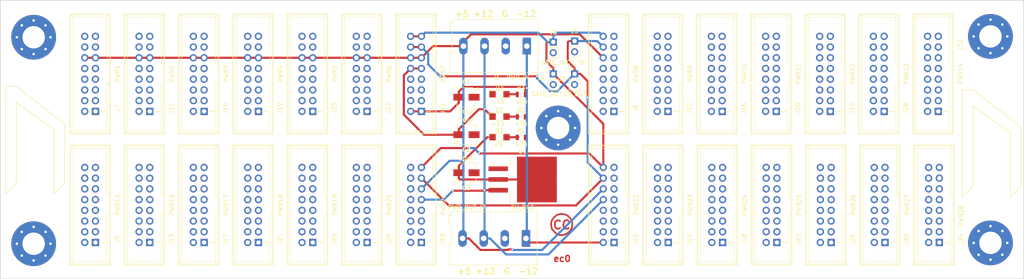
<source format=kicad_pcb>
(kicad_pcb (version 4) (host pcbnew 4.0.7+dfsg1-1ubuntu2)
  (layers (0 F.Cu signal) (31 B.Cu signal) (34 B.Paste user) (35 F.Paste user) (36 B.SilkS user) (37 F.SilkS user) (38 B.Mask user) (39 F.Mask user) (44 Edge.Cuts user))
  (net 0 "")
  (net 1 +12V)
  (net 2 GND)
  (net 3 -12V)
  (net 4 "Net-(D1-Pad2)")
  (net 5 "Net-(D2-Pad2)")
  (net 6 "Net-(D3-Pad2)")
  (net 7 +5V)
  (net 8 /GATE)
  (net 9 /CV)
  (net 10 "Net-(J9-Pad1)")
  (net 11 "Net-(J13-Pad1)")
  (net 12 "Net-(J13-Pad2)")
  (net 13 "Net-(J17-Pad1)")
  (net 14 "Net-(J17-Pad2)")
  (net 15 "Net-(J21-Pad1)")
  (net 16 "Net-(J21-Pad2)")
  (net 17 "Net-(J25-Pad1)")
  (net 18 "Net-(J25-Pad2)")
  (net 19 "Net-(J29-Pad1)")
  (net 20 "Net-(J29-Pad2)")
  (net 21 "Net-(J33-Pad1)")
  (net 22 "Net-(J33-Pad2)")
  (module Mounting_Holes:MountingHole_5.3mm_M5_Pad_Via (layer F.Cu) (at 256.135749 99.55)
    (fp_text reference REF** hide)
    (fp_text value MountingHole_5.3mm_M5_Pad_Via hide)
    (pad 1 thru_hole circle (at 0 0) (size 10.6 10.6) (drill 5.3) (layers *.Cu *.Mask))
    (pad "" thru_hole circle (at 3.975 0) (size 0.7 0.7) (drill 0.6) (layers *.Cu *.Mask))
    (pad "" thru_hole circle (at 2.810749 2.810749) (size 0.7 0.7) (drill 0.6) (layers *.Cu *.Mask))
    (pad "" thru_hole circle (at 0 3.975) (size 0.7 0.7) (drill 0.6) (layers *.Cu *.Mask))
    (pad "" thru_hole circle (at -2.810749 2.810749) (size 0.7 0.7) (drill 0.6) (layers *.Cu *.Mask))
    (pad "" thru_hole circle (at -3.975 0) (size 0.7 0.7) (drill 0.6) (layers *.Cu *.Mask))
    (pad "" thru_hole circle (at -2.810749 -2.810749) (size 0.7 0.7) (drill 0.6) (layers *.Cu *.Mask))
    (pad "" thru_hole circle (at 0 -3.975) (size 0.7 0.7) (drill 0.6) (layers *.Cu *.Mask))
    (pad "" thru_hole circle (at 2.810749 -2.810749) (size 0.7 0.7) (drill 0.6) (layers *.Cu *.Mask))
  )
  (module Mounting_Holes:MountingHole_5.3mm_M5_Pad_Via (layer F.Cu) (at 256.135749 148.460749)
    (fp_text reference REF** hide)
    (fp_text value MountingHole_5.3mm_M5_Pad_Via hide)
    (pad 1 thru_hole circle (at 0 0) (size 10.6 10.6) (drill 5.3) (layers *.Cu *.Mask))
    (pad "" thru_hole circle (at 3.975 0) (size 0.7 0.7) (drill 0.6) (layers *.Cu *.Mask))
    (pad "" thru_hole circle (at 2.810749 2.810749) (size 0.7 0.7) (drill 0.6) (layers *.Cu *.Mask))
    (pad "" thru_hole circle (at 0 3.975) (size 0.7 0.7) (drill 0.6) (layers *.Cu *.Mask))
    (pad "" thru_hole circle (at -2.810749 2.810749) (size 0.7 0.7) (drill 0.6) (layers *.Cu *.Mask))
    (pad "" thru_hole circle (at -3.975 0) (size 0.7 0.7) (drill 0.6) (layers *.Cu *.Mask))
    (pad "" thru_hole circle (at -2.810749 -2.810749) (size 0.7 0.7) (drill 0.6) (layers *.Cu *.Mask))
    (pad "" thru_hole circle (at 0 -3.975) (size 0.7 0.7) (drill 0.6) (layers *.Cu *.Mask))
    (pad "" thru_hole circle (at 2.810749 -2.810749) (size 0.7 0.7) (drill 0.6) (layers *.Cu *.Mask))
  )
  (module Mounting_Holes:MountingHole_5.3mm_M5_Pad_Via (layer F.Cu) (at 153.914251 121.239251)
    (fp_text reference REF** hide)
    (fp_text value MountingHole_5.3mm_M5_Pad_Via hide)
    (pad 1 thru_hole circle (at 0 0) (size 10.6 10.6) (drill 5.3) (layers *.Cu *.Mask))
    (pad "" thru_hole circle (at 3.975 0) (size 0.7 0.7) (drill 0.6) (layers *.Cu *.Mask))
    (pad "" thru_hole circle (at 2.810749 2.810749) (size 0.7 0.7) (drill 0.6) (layers *.Cu *.Mask))
    (pad "" thru_hole circle (at 0 3.975) (size 0.7 0.7) (drill 0.6) (layers *.Cu *.Mask))
    (pad "" thru_hole circle (at -2.810749 2.810749) (size 0.7 0.7) (drill 0.6) (layers *.Cu *.Mask))
    (pad "" thru_hole circle (at -3.975 0) (size 0.7 0.7) (drill 0.6) (layers *.Cu *.Mask))
    (pad "" thru_hole circle (at -2.810749 -2.810749) (size 0.7 0.7) (drill 0.6) (layers *.Cu *.Mask))
    (pad "" thru_hole circle (at 0 -3.975) (size 0.7 0.7) (drill 0.6) (layers *.Cu *.Mask))
    (pad "" thru_hole circle (at 2.810749 -2.810749) (size 0.7 0.7) (drill 0.6) (layers *.Cu *.Mask))
  )
  (module Mounting_Holes:MountingHole_5.3mm_M5_Pad_Via (layer F.Cu) (at 29.885749 148.660749)
    (fp_text reference REF** hide)
    (fp_text value MountingHole_5.3mm_M5_Pad_Via hide)
    (pad 1 thru_hole circle (at 0 0) (size 10.6 10.6) (drill 5.3) (layers *.Cu *.Mask))
    (pad "" thru_hole circle (at 3.975 0) (size 0.7 0.7) (drill 0.6) (layers *.Cu *.Mask))
    (pad "" thru_hole circle (at 2.810749 2.810749) (size 0.7 0.7) (drill 0.6) (layers *.Cu *.Mask))
    (pad "" thru_hole circle (at 0 3.975) (size 0.7 0.7) (drill 0.6) (layers *.Cu *.Mask))
    (pad "" thru_hole circle (at -2.810749 2.810749) (size 0.7 0.7) (drill 0.6) (layers *.Cu *.Mask))
    (pad "" thru_hole circle (at -3.975 0) (size 0.7 0.7) (drill 0.6) (layers *.Cu *.Mask))
    (pad "" thru_hole circle (at -2.810749 -2.810749) (size 0.7 0.7) (drill 0.6) (layers *.Cu *.Mask))
    (pad "" thru_hole circle (at 0 -3.975) (size 0.7 0.7) (drill 0.6) (layers *.Cu *.Mask))
    (pad "" thru_hole circle (at 2.810749 -2.810749) (size 0.7 0.7) (drill 0.6) (layers *.Cu *.Mask))
  )
  (module Capacitors_SMD:CP_Elec_4x4.5 (layer F.Cu) (at 132.225 113.95 180)
    (fp_text reference C1 (at 0 3.58 360) (layer F.SilkS))
    (fp_text value 10uF (at 0 -3.45 180) (layer F.SilkS))
    (fp_text user + (at -2.78 1.99 360) (layer F.SilkS))
    (fp_text user %R (at 0 3.58 180) (layer F.SilkS))
    (pad 1 smd rect (at -1.8 0) (size 2.6 1.6) (layers F.Cu F.Paste F.Mask) (net 2 GND))
    (pad 2 smd rect (at 1.8 0) (size 2.6 1.6) (layers F.Cu F.Paste F.Mask) (net 3 -12V))
  )
  (module Capacitors_SMD:CP_Elec_4x4.5 (layer F.Cu) (at 132.225 122.835)
    (fp_text reference C2 (at 0 3.58 180) (layer F.SilkS))
    (fp_text value 10uF (at 0 -3.45) (layer F.SilkS))
    (fp_text user + (at -2.78 1.99 180) (layer F.SilkS))
    (fp_text user %R (at 0 3.58) (layer F.SilkS))
    (pad 1 smd rect (at -1.8 0 180) (size 2.6 1.6) (layers F.Cu F.Paste F.Mask) (net 1 +12V))
    (pad 2 smd rect (at 1.8 0 180) (size 2.6 1.6) (layers F.Cu F.Paste F.Mask) (net 2 GND))
  )
  (module Capacitors_SMD:CP_Elec_4x4.5 (layer F.Cu) (at 132.225 131.85)
    (fp_text reference C3 (at 0 3.58 180) (layer F.SilkS))
    (fp_text value 10uF (at 0 -3.45) (layer F.SilkS))
    (fp_text user + (at -2.78 1.99 180) (layer F.SilkS))
    (fp_text user %R (at 0 3.58) (layer F.SilkS))
    (pad 1 smd rect (at -1.8 0 180) (size 2.6 1.6) (layers F.Cu F.Paste F.Mask) (net 7 +5V))
    (pad 2 smd rect (at 1.8 0 180) (size 2.6 1.6) (layers F.Cu F.Paste F.Mask) (net 2 GND))
  )
  (module LEDs:LED_1206 (layer F.Cu) (at 140.05 123.425)
    (fp_text reference D1 (at 0 -1.6) (layer F.SilkS))
    (fp_text value "+5 " (at 0 1.7) (layer F.SilkS))
    (pad 2 smd rect (at 1.65 0 180) (size 1.5 1.5) (layers F.Cu F.Paste F.Mask) (net 4 "Net-(D1-Pad2)"))
    (pad 1 smd rect (at -1.65 0 180) (size 1.5 1.5) (layers F.Cu F.Paste F.Mask) (net 7 +5V))
  )
  (module LEDs:LED_1206 (layer F.Cu) (at 140.05 118.55)
    (fp_text reference D2 (at 0 -1.6) (layer F.SilkS))
    (fp_text value "+12 " (at 0 1.7) (layer F.SilkS))
    (pad 2 smd rect (at 1.65 0 180) (size 1.5 1.5) (layers F.Cu F.Paste F.Mask) (net 5 "Net-(D2-Pad2)"))
    (pad 1 smd rect (at -1.65 0 180) (size 1.5 1.5) (layers F.Cu F.Paste F.Mask) (net 1 +12V))
  )
  (module LEDs:LED_1206 (layer F.Cu) (at 140.05 113.25)
    (fp_text reference D3 (at 0 -1.6) (layer F.SilkS))
    (fp_text value "-12 " (at 0 1.7) (layer F.SilkS))
    (pad 2 smd rect (at 1.65 0 180) (size 1.5 1.5) (layers F.Cu F.Paste F.Mask) (net 6 "Net-(D3-Pad2)"))
    (pad 1 smd rect (at -1.65 0 180) (size 1.5 1.5) (layers F.Cu F.Paste F.Mask) (net 2 GND))
  )
  (module Connect:AK300-4 (layer F.Cu) (at 146.5 101.85 180)
    (fp_text reference J1 (at 7.175 -7.425 180) (layer F.SilkS))
    (fp_text value PWR_IN (at 2.15 -7.425 180) (layer F.SilkS))
    (pad 1 thru_hole rect (at 0 0 180) (size 1.98 3.96) (drill 1.32) (layers *.Cu F.Paste F.Mask) (net 3 -12V))
    (pad 2 thru_hole oval (at 5 0 180) (size 1.98 3.96) (drill 1.32) (layers *.Cu F.Paste F.Mask) (net 2 GND))
    (pad 4 thru_hole oval (at 15 0 180) (size 1.98 3.96) (drill 1.32) (layers *.Cu F.Paste F.Mask) (net 7 +5V))
    (pad 3 thru_hole oval (at 10 0 180) (size 1.98 3.96) (drill 1.32) (layers *.Cu *.Mask) (net 1 +12V))
  )
  (module Connect:AK300-4 (layer F.Cu) (at 146.3 147.4 180)
    (fp_text reference J2 (at 10.35 7.375 180) (layer F.SilkS))
    (fp_text value PWR_OUT (at 15.1 7.375 180) (layer F.SilkS))
    (pad 1 thru_hole rect (at 0 0 180) (size 1.98 3.96) (drill 1.32) (layers *.Cu F.Paste F.Mask) (net 3 -12V))
    (pad 2 thru_hole oval (at 5 0 180) (size 1.98 3.96) (drill 1.32) (layers *.Cu F.Paste F.Mask) (net 2 GND))
    (pad 4 thru_hole oval (at 15 0 180) (size 1.98 3.96) (drill 1.32) (layers *.Cu F.Paste F.Mask) (net 7 +5V))
    (pad 3 thru_hole oval (at 10 0 180) (size 1.98 3.96) (drill 1.32) (layers *.Cu *.Mask) (net 1 +12V))
  )
  (module Pin_Headers:Pin_Header_Straight_1x02_Pitch2.54mm (layer F.Cu) (at 152.75 100.875)
    (fp_text reference J3 (at 0 -2.33) (layer F.SilkS))
    (fp_text value GATE_IN (at 0 4.87) (layer F.SilkS))
    (pad 1 thru_hole rect (at 0 0) (size 1.7 1.7) (drill 1) (layers *.Cu *.Mask) (net 8 /GATE))
    (pad 2 thru_hole oval (at 0 2.54) (size 1.7 1.7) (drill 1) (layers *.Cu *.Mask) (net 2 GND))
  )
  (module Pin_Headers:Pin_Header_Straight_1x02_Pitch2.54mm (layer F.Cu) (at 152.75 108.425)
    (fp_text reference J4 (at -3 1.04) (layer F.SilkS))
    (fp_text value GATE_OUT (at -1.55 4.775) (layer F.SilkS))
    (pad 1 thru_hole rect (at 0 0) (size 1.7 1.7) (drill 1) (layers *.Cu *.Mask) (net 8 /GATE))
    (pad 2 thru_hole oval (at 0 2.54) (size 1.7 1.7) (drill 1) (layers *.Cu *.Mask) (net 2 GND))
  )
  (module Pin_Headers:Pin_Header_Straight_1x02_Pitch2.54mm (layer F.Cu) (at 157.8 100.65)
    (fp_text reference J5 (at 0 -2.33) (layer F.SilkS))
    (fp_text value CV_IN (at 0.1 5.05) (layer F.SilkS))
    (pad 1 thru_hole rect (at 0 0) (size 1.7 1.7) (drill 1) (layers *.Cu *.Mask) (net 9 /CV))
    (pad 2 thru_hole oval (at 0 2.54) (size 1.7 1.7) (drill 1) (layers *.Cu *.Mask) (net 2 GND))
  )
  (module Pin_Headers:Pin_Header_Straight_1x02_Pitch2.54mm (layer F.Cu) (at 157.8 108.425)
    (fp_text reference J6 (at -2.9 1.175) (layer F.SilkS))
    (fp_text value CV_OUT (at 0.1 4.775) (layer F.SilkS))
    (pad 1 thru_hole rect (at 0 0) (size 1.7 1.7) (drill 1) (layers *.Cu *.Mask) (net 9 /CV))
    (pad 2 thru_hole oval (at 0 2.54) (size 1.7 1.7) (drill 1) (layers *.Cu *.Mask) (net 2 GND))
  )
  (module Resistors_SMD:R_0805 (layer F.Cu) (at 145.2 123.475)
    (fp_text reference R1 (at 0 -1.65) (layer F.SilkS))
    (fp_text value 470 (at 0 1.75) (layer F.SilkS))
    (pad 1 smd rect (at -0.95 0) (size 0.7 1.3) (layers F.Cu F.Paste F.Mask) (net 4 "Net-(D1-Pad2)"))
    (pad 2 smd rect (at 0.95 0) (size 0.7 1.3) (layers F.Cu F.Paste F.Mask) (net 2 GND))
  )
  (module Resistors_SMD:R_0805 (layer F.Cu) (at 145.2 118.6)
    (fp_text reference R2 (at 0 -1.65) (layer F.SilkS))
    (fp_text value 470 (at 0 1.75) (layer F.SilkS))
    (pad 1 smd rect (at -0.95 0) (size 0.7 1.3) (layers F.Cu F.Paste F.Mask) (net 5 "Net-(D2-Pad2)"))
    (pad 2 smd rect (at 0.95 0) (size 0.7 1.3) (layers F.Cu F.Paste F.Mask) (net 2 GND))
  )
  (module Resistors_SMD:R_0805 (layer F.Cu) (at 145.2 113.3 180)
    (fp_text reference R3 (at 0.1 1.6 180) (layer F.SilkS))
    (fp_text value 470 (at 0 -1.8 180) (layer F.SilkS))
    (pad 1 smd rect (at -0.95 0 180) (size 0.7 1.3) (layers F.Cu F.Paste F.Mask) (net 3 -12V))
    (pad 2 smd rect (at 0.95 0 180) (size 0.7 1.3) (layers F.Cu F.Paste F.Mask) (net 6 "Net-(D3-Pad2)"))
  )
  (module Mounting_Holes:MountingHole_5.3mm_M5_Pad_Via (layer F.Cu) (at 29.885749 99.75)
    (fp_text reference REF** hide)
    (fp_text value MountingHole_5.3mm_M5_Pad_Via hide)
    (pad 1 thru_hole circle (at 0 0) (size 10.6 10.6) (drill 5.3) (layers *.Cu *.Mask))
    (pad "" thru_hole circle (at 3.975 0) (size 0.7 0.7) (drill 0.6) (layers *.Cu *.Mask))
    (pad "" thru_hole circle (at 2.810749 2.810749) (size 0.7 0.7) (drill 0.6) (layers *.Cu *.Mask))
    (pad "" thru_hole circle (at 0 3.975) (size 0.7 0.7) (drill 0.6) (layers *.Cu *.Mask))
    (pad "" thru_hole circle (at -2.810749 2.810749) (size 0.7 0.7) (drill 0.6) (layers *.Cu *.Mask))
    (pad "" thru_hole circle (at -3.975 0) (size 0.7 0.7) (drill 0.6) (layers *.Cu *.Mask))
    (pad "" thru_hole circle (at -2.810749 -2.810749) (size 0.7 0.7) (drill 0.6) (layers *.Cu *.Mask))
    (pad "" thru_hole circle (at 0 -3.975) (size 0.7 0.7) (drill 0.6) (layers *.Cu *.Mask))
    (pad "" thru_hole circle (at 2.810749 -2.810749) (size 0.7 0.7) (drill 0.6) (layers *.Cu *.Mask))
  )
  (module TO_SOT_Packages_SMD:TO-263-3_TabPin2 (layer F.Cu) (at 145.5 133.44)
    (fp_text reference U1 (at 0 -6.65) (layer F.SilkS))
    (fp_text value 5V_REG (at 0 6.65) (layer F.SilkS))
    (pad 1 smd rect (at -5.775 -2.54) (size 4.6 1.1) (layers F.Cu F.Paste F.Mask) (net 2 GND))
    (pad 2 smd rect (at -5.775 0) (size 4.6 1.1) (layers F.Cu F.Paste F.Mask) (net 7 +5V))
    (pad 3 smd rect (at -5.775 2.54) (size 4.6 1.1) (layers F.Cu F.Paste F.Mask) (net 1 +12V))
    (pad 2 smd rect (at 3.375 0) (size 9.4 10.8) (layers F.Cu F.Mask) (net 7 +5V))
    (pad 2 smd rect (at 5.8 2.775) (size 4.55 5.25) (layers F.Cu F.Paste) (net 7 +5V))
    (pad 2 smd rect (at 0.95 -2.775) (size 4.55 5.25) (layers F.Cu F.Paste) (net 7 +5V))
    (pad 2 smd rect (at 5.8 -2.775) (size 4.55 5.25) (layers F.Cu F.Paste) (net 7 +5V))
    (pad 2 smd rect (at 0.95 2.775) (size 4.55 5.25) (layers F.Cu F.Paste) (net 7 +5V))
  )
  (module BusBoard:IDC_Header_Straight_16pins_silks (layer F.Cu) (at 244.049998 148.369999 90)
    (fp_text reference J34 (at 0.73881 5.105 90) (layer F.SilkS))
    (fp_text value PWR28 (at 6.269999 5.150002 90) (layer F.SilkS))
    (fp_text user 1 (at 0.02 1.72 90) (layer F.SilkS) (effects (font (thickness 0.12))))
    (pad 1 thru_hole rect (at 0 0 90) (size 1.7272 1.7272) (drill 1.016) (layers *.Cu *.Mask) (net 3 -12V))
    (pad 2 thru_hole oval (at 0 -2.54 90) (size 1.7272 1.7272) (drill 1.016) (layers *.Cu *.Mask) (net 3 -12V))
    (pad 3 thru_hole oval (at 2.54 0 90) (size 1.7272 1.7272) (drill 1.016) (layers *.Cu *.Mask) (net 2 GND))
    (pad 4 thru_hole oval (at 2.54 -2.54 90) (size 1.7272 1.7272) (drill 1.016) (layers *.Cu *.Mask) (net 2 GND))
    (pad 5 thru_hole oval (at 5.08 0 90) (size 1.7272 1.7272) (drill 1.016) (layers *.Cu *.Mask) (net 2 GND))
    (pad 6 thru_hole oval (at 5.08 -2.54 90) (size 1.7272 1.7272) (drill 1.016) (layers *.Cu *.Mask) (net 2 GND))
    (pad 7 thru_hole oval (at 7.62 0 90) (size 1.7272 1.7272) (drill 1.016) (layers *.Cu *.Mask) (net 2 GND))
    (pad 8 thru_hole oval (at 7.62 -2.54 90) (size 1.7272 1.7272) (drill 1.016) (layers *.Cu *.Mask) (net 2 GND))
    (pad 9 thru_hole oval (at 10.16 0 90) (size 1.7272 1.7272) (drill 1.016) (layers *.Cu *.Mask) (net 1 +12V))
    (pad 10 thru_hole oval (at 10.16 -2.54 90) (size 1.7272 1.7272) (drill 1.016) (layers *.Cu *.Mask) (net 1 +12V))
    (pad 11 thru_hole oval (at 12.7 0 90) (size 1.7272 1.7272) (drill 1.016) (layers *.Cu *.Mask) (net 7 +5V))
    (pad 12 thru_hole oval (at 12.7 -2.54 90) (size 1.7272 1.7272) (drill 1.016) (layers *.Cu *.Mask) (net 7 +5V))
    (pad 13 thru_hole oval (at 15.24 0 90) (size 1.7272 1.7272) (drill 1.016) (layers *.Cu *.Mask) (net 9 /CV))
    (pad 14 thru_hole oval (at 15.24 -2.54 90) (size 1.7272 1.7272) (drill 1.016) (layers *.Cu *.Mask) (net 9 /CV))
    (pad 15 thru_hole oval (at 17.78 0 90) (size 1.7272 1.7272) (drill 1.016) (layers *.Cu *.Mask) (net 8 /GATE))
    (pad 16 thru_hole oval (at 17.78 -2.54 90) (size 1.7272 1.7272) (drill 1.016) (layers *.Cu *.Mask) (net 8 /GATE))
  )
  (module BusBoard:IDC_Header_Straight_16pins_silks (layer F.Cu) (at 121.574988 148.369999 90)
    (fp_text reference J33 (at 0.73881 5.105 90) (layer F.SilkS))
    (fp_text value PWR21 (at 8.89 5.223 90) (layer F.SilkS))
    (fp_text user 1 (at 0.02 1.72 90) (layer F.SilkS) (effects (font (thickness 0.12))))
    (pad 1 thru_hole rect (at 0 0 90) (size 1.7272 1.7272) (drill 1.016) (layers *.Cu *.Mask) (net 21 "Net-(J33-Pad1)"))
    (pad 2 thru_hole oval (at 0 -2.54 90) (size 1.7272 1.7272) (drill 1.016) (layers *.Cu *.Mask) (net 22 "Net-(J33-Pad2)"))
    (pad 3 thru_hole oval (at 2.54 0 90) (size 1.7272 1.7272) (drill 1.016) (layers *.Cu *.Mask) (net 2 GND))
    (pad 4 thru_hole oval (at 2.54 -2.54 90) (size 1.7272 1.7272) (drill 1.016) (layers *.Cu *.Mask) (net 2 GND))
    (pad 5 thru_hole oval (at 5.08 0 90) (size 1.7272 1.7272) (drill 1.016) (layers *.Cu *.Mask) (net 2 GND))
    (pad 6 thru_hole oval (at 5.08 -2.54 90) (size 1.7272 1.7272) (drill 1.016) (layers *.Cu *.Mask) (net 2 GND))
    (pad 7 thru_hole oval (at 7.62 0 90) (size 1.7272 1.7272) (drill 1.016) (layers *.Cu *.Mask) (net 2 GND))
    (pad 8 thru_hole oval (at 7.62 -2.54 90) (size 1.7272 1.7272) (drill 1.016) (layers *.Cu *.Mask) (net 2 GND))
    (pad 9 thru_hole oval (at 10.16 0 90) (size 1.7272 1.7272) (drill 1.016) (layers *.Cu *.Mask) (net 1 +12V))
    (pad 10 thru_hole oval (at 10.16 -2.54 90) (size 1.7272 1.7272) (drill 1.016) (layers *.Cu *.Mask) (net 1 +12V))
    (pad 11 thru_hole oval (at 12.7 0 90) (size 1.7272 1.7272) (drill 1.016) (layers *.Cu *.Mask) (net 7 +5V))
    (pad 12 thru_hole oval (at 12.7 -2.54 90) (size 1.7272 1.7272) (drill 1.016) (layers *.Cu *.Mask) (net 7 +5V))
    (pad 13 thru_hole oval (at 15.24 0 90) (size 1.7272 1.7272) (drill 1.016) (layers *.Cu *.Mask) (net 9 /CV))
    (pad 14 thru_hole oval (at 15.24 -2.54 90) (size 1.7272 1.7272) (drill 1.016) (layers *.Cu *.Mask) (net 9 /CV))
    (pad 15 thru_hole oval (at 17.78 0 90) (size 1.7272 1.7272) (drill 1.016) (layers *.Cu *.Mask) (net 8 /GATE))
    (pad 16 thru_hole oval (at 17.78 -2.54 90) (size 1.7272 1.7272) (drill 1.016) (layers *.Cu *.Mask) (net 8 /GATE))
  )
  (module BusBoard:IDC_Header_Straight_16pins_silks (layer F.Cu) (at 243.799998 117.310001 90)
    (fp_text reference J32 (at 15.710001 5.200002 90) (layer F.SilkS))
    (fp_text value PWR14 (at 8.89 5.223 90) (layer F.SilkS))
    (fp_text user 1 (at 0.02 1.72 90) (layer F.SilkS) (effects (font (thickness 0.12))))
    (pad 1 thru_hole rect (at 0 0 90) (size 1.7272 1.7272) (drill 1.016) (layers *.Cu *.Mask) (net 3 -12V))
    (pad 2 thru_hole oval (at 0 -2.54 90) (size 1.7272 1.7272) (drill 1.016) (layers *.Cu *.Mask) (net 3 -12V))
    (pad 3 thru_hole oval (at 2.54 0 90) (size 1.7272 1.7272) (drill 1.016) (layers *.Cu *.Mask) (net 2 GND))
    (pad 4 thru_hole oval (at 2.54 -2.54 90) (size 1.7272 1.7272) (drill 1.016) (layers *.Cu *.Mask) (net 2 GND))
    (pad 5 thru_hole oval (at 5.08 0 90) (size 1.7272 1.7272) (drill 1.016) (layers *.Cu *.Mask) (net 2 GND))
    (pad 6 thru_hole oval (at 5.08 -2.54 90) (size 1.7272 1.7272) (drill 1.016) (layers *.Cu *.Mask) (net 2 GND))
    (pad 7 thru_hole oval (at 7.62 0 90) (size 1.7272 1.7272) (drill 1.016) (layers *.Cu *.Mask) (net 2 GND))
    (pad 8 thru_hole oval (at 7.62 -2.54 90) (size 1.7272 1.7272) (drill 1.016) (layers *.Cu *.Mask) (net 2 GND))
    (pad 9 thru_hole oval (at 10.16 0 90) (size 1.7272 1.7272) (drill 1.016) (layers *.Cu *.Mask) (net 1 +12V))
    (pad 10 thru_hole oval (at 10.16 -2.54 90) (size 1.7272 1.7272) (drill 1.016) (layers *.Cu *.Mask) (net 1 +12V))
    (pad 11 thru_hole oval (at 12.7 0 90) (size 1.7272 1.7272) (drill 1.016) (layers *.Cu *.Mask) (net 7 +5V))
    (pad 12 thru_hole oval (at 12.7 -2.54 90) (size 1.7272 1.7272) (drill 1.016) (layers *.Cu *.Mask) (net 7 +5V))
    (pad 13 thru_hole oval (at 15.24 0 90) (size 1.7272 1.7272) (drill 1.016) (layers *.Cu *.Mask) (net 9 /CV))
    (pad 14 thru_hole oval (at 15.24 -2.54 90) (size 1.7272 1.7272) (drill 1.016) (layers *.Cu *.Mask) (net 9 /CV))
    (pad 15 thru_hole oval (at 17.78 0 90) (size 1.7272 1.7272) (drill 1.016) (layers *.Cu *.Mask) (net 8 /GATE))
    (pad 16 thru_hole oval (at 17.78 -2.54 90) (size 1.7272 1.7272) (drill 1.016) (layers *.Cu *.Mask) (net 8 /GATE))
  )
  (module BusBoard:IDC_Header_Straight_16pins_silks (layer F.Cu) (at 121.574988 117.310001 90)
    (fp_text reference J31 (at 0.73881 5.105 90) (layer F.SilkS))
    (fp_text value PWR7 (at 8.89 5.223 90) (layer F.SilkS))
    (fp_text user 1 (at 0.02 1.72 90) (layer F.SilkS) (effects (font (thickness 0.12))))
    (pad 1 thru_hole rect (at 0 0 90) (size 1.7272 1.7272) (drill 1.016) (layers *.Cu *.Mask) (net 3 -12V))
    (pad 2 thru_hole oval (at 0 -2.54 90) (size 1.7272 1.7272) (drill 1.016) (layers *.Cu *.Mask) (net 3 -12V))
    (pad 3 thru_hole oval (at 2.54 0 90) (size 1.7272 1.7272) (drill 1.016) (layers *.Cu *.Mask) (net 2 GND))
    (pad 4 thru_hole oval (at 2.54 -2.54 90) (size 1.7272 1.7272) (drill 1.016) (layers *.Cu *.Mask) (net 2 GND))
    (pad 5 thru_hole oval (at 5.08 0 90) (size 1.7272 1.7272) (drill 1.016) (layers *.Cu *.Mask) (net 2 GND))
    (pad 6 thru_hole oval (at 5.08 -2.54 90) (size 1.7272 1.7272) (drill 1.016) (layers *.Cu *.Mask) (net 2 GND))
    (pad 7 thru_hole oval (at 7.62 0 90) (size 1.7272 1.7272) (drill 1.016) (layers *.Cu *.Mask) (net 2 GND))
    (pad 8 thru_hole oval (at 7.62 -2.54 90) (size 1.7272 1.7272) (drill 1.016) (layers *.Cu *.Mask) (net 2 GND))
    (pad 9 thru_hole oval (at 10.16 0 90) (size 1.7272 1.7272) (drill 1.016) (layers *.Cu *.Mask) (net 1 +12V))
    (pad 10 thru_hole oval (at 10.16 -2.54 90) (size 1.7272 1.7272) (drill 1.016) (layers *.Cu *.Mask) (net 1 +12V))
    (pad 11 thru_hole oval (at 12.7 0 90) (size 1.7272 1.7272) (drill 1.016) (layers *.Cu *.Mask) (net 7 +5V))
    (pad 12 thru_hole oval (at 12.7 -2.54 90) (size 1.7272 1.7272) (drill 1.016) (layers *.Cu *.Mask) (net 7 +5V))
    (pad 13 thru_hole oval (at 15.24 0 90) (size 1.7272 1.7272) (drill 1.016) (layers *.Cu *.Mask) (net 9 /CV))
    (pad 14 thru_hole oval (at 15.24 -2.54 90) (size 1.7272 1.7272) (drill 1.016) (layers *.Cu *.Mask) (net 9 /CV))
    (pad 15 thru_hole oval (at 17.78 0 90) (size 1.7272 1.7272) (drill 1.016) (layers *.Cu *.Mask) (net 8 /GATE))
    (pad 16 thru_hole oval (at 17.78 -2.54 90) (size 1.7272 1.7272) (drill 1.016) (layers *.Cu *.Mask) (net 8 /GATE))
  )
  (module BusBoard:IDC_Header_Straight_16pins_silks (layer F.Cu) (at 231.204165 148.369999 90)
    (fp_text reference J30 (at 0.73881 5.105 90) (layer F.SilkS))
    (fp_text value PWR27 (at 8.89 5.223 90) (layer F.SilkS))
    (fp_text user 1 (at 0.02 1.72 90) (layer F.SilkS) (effects (font (thickness 0.12))))
    (pad 1 thru_hole rect (at 0 0 90) (size 1.7272 1.7272) (drill 1.016) (layers *.Cu *.Mask) (net 3 -12V))
    (pad 2 thru_hole oval (at 0 -2.54 90) (size 1.7272 1.7272) (drill 1.016) (layers *.Cu *.Mask) (net 3 -12V))
    (pad 3 thru_hole oval (at 2.54 0 90) (size 1.7272 1.7272) (drill 1.016) (layers *.Cu *.Mask) (net 2 GND))
    (pad 4 thru_hole oval (at 2.54 -2.54 90) (size 1.7272 1.7272) (drill 1.016) (layers *.Cu *.Mask) (net 2 GND))
    (pad 5 thru_hole oval (at 5.08 0 90) (size 1.7272 1.7272) (drill 1.016) (layers *.Cu *.Mask) (net 2 GND))
    (pad 6 thru_hole oval (at 5.08 -2.54 90) (size 1.7272 1.7272) (drill 1.016) (layers *.Cu *.Mask) (net 2 GND))
    (pad 7 thru_hole oval (at 7.62 0 90) (size 1.7272 1.7272) (drill 1.016) (layers *.Cu *.Mask) (net 2 GND))
    (pad 8 thru_hole oval (at 7.62 -2.54 90) (size 1.7272 1.7272) (drill 1.016) (layers *.Cu *.Mask) (net 2 GND))
    (pad 9 thru_hole oval (at 10.16 0 90) (size 1.7272 1.7272) (drill 1.016) (layers *.Cu *.Mask) (net 1 +12V))
    (pad 10 thru_hole oval (at 10.16 -2.54 90) (size 1.7272 1.7272) (drill 1.016) (layers *.Cu *.Mask) (net 1 +12V))
    (pad 11 thru_hole oval (at 12.7 0 90) (size 1.7272 1.7272) (drill 1.016) (layers *.Cu *.Mask) (net 7 +5V))
    (pad 12 thru_hole oval (at 12.7 -2.54 90) (size 1.7272 1.7272) (drill 1.016) (layers *.Cu *.Mask) (net 7 +5V))
    (pad 13 thru_hole oval (at 15.24 0 90) (size 1.7272 1.7272) (drill 1.016) (layers *.Cu *.Mask) (net 9 /CV))
    (pad 14 thru_hole oval (at 15.24 -2.54 90) (size 1.7272 1.7272) (drill 1.016) (layers *.Cu *.Mask) (net 9 /CV))
    (pad 15 thru_hole oval (at 17.78 0 90) (size 1.7272 1.7272) (drill 1.016) (layers *.Cu *.Mask) (net 8 /GATE))
    (pad 16 thru_hole oval (at 17.78 -2.54 90) (size 1.7272 1.7272) (drill 1.016) (layers *.Cu *.Mask) (net 8 /GATE))
  )
  (module BusBoard:IDC_Header_Straight_16pins_silks (layer F.Cu) (at 108.728836 148.369999 90)
    (fp_text reference J29 (at 0.73881 5.105 90) (layer F.SilkS))
    (fp_text value PWR20 (at 8.89 5.223 90) (layer F.SilkS))
    (fp_text user 1 (at 0.02 1.72 90) (layer F.SilkS) (effects (font (thickness 0.12))))
    (pad 1 thru_hole rect (at 0 0 90) (size 1.7272 1.7272) (drill 1.016) (layers *.Cu *.Mask) (net 19 "Net-(J29-Pad1)"))
    (pad 2 thru_hole oval (at 0 -2.54 90) (size 1.7272 1.7272) (drill 1.016) (layers *.Cu *.Mask) (net 20 "Net-(J29-Pad2)"))
    (pad 3 thru_hole oval (at 2.54 0 90) (size 1.7272 1.7272) (drill 1.016) (layers *.Cu *.Mask) (net 2 GND))
    (pad 4 thru_hole oval (at 2.54 -2.54 90) (size 1.7272 1.7272) (drill 1.016) (layers *.Cu *.Mask) (net 2 GND))
    (pad 5 thru_hole oval (at 5.08 0 90) (size 1.7272 1.7272) (drill 1.016) (layers *.Cu *.Mask) (net 2 GND))
    (pad 6 thru_hole oval (at 5.08 -2.54 90) (size 1.7272 1.7272) (drill 1.016) (layers *.Cu *.Mask) (net 2 GND))
    (pad 7 thru_hole oval (at 7.62 0 90) (size 1.7272 1.7272) (drill 1.016) (layers *.Cu *.Mask) (net 2 GND))
    (pad 8 thru_hole oval (at 7.62 -2.54 90) (size 1.7272 1.7272) (drill 1.016) (layers *.Cu *.Mask) (net 2 GND))
    (pad 9 thru_hole oval (at 10.16 0 90) (size 1.7272 1.7272) (drill 1.016) (layers *.Cu *.Mask) (net 1 +12V))
    (pad 10 thru_hole oval (at 10.16 -2.54 90) (size 1.7272 1.7272) (drill 1.016) (layers *.Cu *.Mask) (net 1 +12V))
    (pad 11 thru_hole oval (at 12.7 0 90) (size 1.7272 1.7272) (drill 1.016) (layers *.Cu *.Mask) (net 7 +5V))
    (pad 12 thru_hole oval (at 12.7 -2.54 90) (size 1.7272 1.7272) (drill 1.016) (layers *.Cu *.Mask) (net 7 +5V))
    (pad 13 thru_hole oval (at 15.24 0 90) (size 1.7272 1.7272) (drill 1.016) (layers *.Cu *.Mask) (net 9 /CV))
    (pad 14 thru_hole oval (at 15.24 -2.54 90) (size 1.7272 1.7272) (drill 1.016) (layers *.Cu *.Mask) (net 9 /CV))
    (pad 15 thru_hole oval (at 17.78 0 90) (size 1.7272 1.7272) (drill 1.016) (layers *.Cu *.Mask) (net 8 /GATE))
    (pad 16 thru_hole oval (at 17.78 -2.54 90) (size 1.7272 1.7272) (drill 1.016) (layers *.Cu *.Mask) (net 8 /GATE))
  )
  (module BusBoard:IDC_Header_Straight_16pins_silks (layer F.Cu) (at 230.991665 117.310001 90)
    (fp_text reference J28 (at 0.73881 5.105 90) (layer F.SilkS))
    (fp_text value PWR13 (at 8.89 5.223 90) (layer F.SilkS))
    (fp_text user 1 (at 0.02 1.72 90) (layer F.SilkS) (effects (font (thickness 0.12))))
    (pad 1 thru_hole rect (at 0 0 90) (size 1.7272 1.7272) (drill 1.016) (layers *.Cu *.Mask) (net 3 -12V))
    (pad 2 thru_hole oval (at 0 -2.54 90) (size 1.7272 1.7272) (drill 1.016) (layers *.Cu *.Mask) (net 3 -12V))
    (pad 3 thru_hole oval (at 2.54 0 90) (size 1.7272 1.7272) (drill 1.016) (layers *.Cu *.Mask) (net 2 GND))
    (pad 4 thru_hole oval (at 2.54 -2.54 90) (size 1.7272 1.7272) (drill 1.016) (layers *.Cu *.Mask) (net 2 GND))
    (pad 5 thru_hole oval (at 5.08 0 90) (size 1.7272 1.7272) (drill 1.016) (layers *.Cu *.Mask) (net 2 GND))
    (pad 6 thru_hole oval (at 5.08 -2.54 90) (size 1.7272 1.7272) (drill 1.016) (layers *.Cu *.Mask) (net 2 GND))
    (pad 7 thru_hole oval (at 7.62 0 90) (size 1.7272 1.7272) (drill 1.016) (layers *.Cu *.Mask) (net 2 GND))
    (pad 8 thru_hole oval (at 7.62 -2.54 90) (size 1.7272 1.7272) (drill 1.016) (layers *.Cu *.Mask) (net 2 GND))
    (pad 9 thru_hole oval (at 10.16 0 90) (size 1.7272 1.7272) (drill 1.016) (layers *.Cu *.Mask) (net 1 +12V))
    (pad 10 thru_hole oval (at 10.16 -2.54 90) (size 1.7272 1.7272) (drill 1.016) (layers *.Cu *.Mask) (net 1 +12V))
    (pad 11 thru_hole oval (at 12.7 0 90) (size 1.7272 1.7272) (drill 1.016) (layers *.Cu *.Mask) (net 7 +5V))
    (pad 12 thru_hole oval (at 12.7 -2.54 90) (size 1.7272 1.7272) (drill 1.016) (layers *.Cu *.Mask) (net 7 +5V))
    (pad 13 thru_hole oval (at 15.24 0 90) (size 1.7272 1.7272) (drill 1.016) (layers *.Cu *.Mask) (net 9 /CV))
    (pad 14 thru_hole oval (at 15.24 -2.54 90) (size 1.7272 1.7272) (drill 1.016) (layers *.Cu *.Mask) (net 9 /CV))
    (pad 15 thru_hole oval (at 17.78 0 90) (size 1.7272 1.7272) (drill 1.016) (layers *.Cu *.Mask) (net 8 /GATE))
    (pad 16 thru_hole oval (at 17.78 -2.54 90) (size 1.7272 1.7272) (drill 1.016) (layers *.Cu *.Mask) (net 8 /GATE))
  )
  (module BusBoard:IDC_Header_Straight_16pins_silks (layer F.Cu) (at 108.728836 117.310001 90)
    (fp_text reference J27 (at 0.73881 5.105 90) (layer F.SilkS))
    (fp_text value PWR6 (at 8.89 5.223 90) (layer F.SilkS))
    (fp_text user 1 (at 0.02 1.72 90) (layer F.SilkS) (effects (font (thickness 0.12))))
    (pad 1 thru_hole rect (at 0 0 90) (size 1.7272 1.7272) (drill 1.016) (layers *.Cu *.Mask) (net 3 -12V))
    (pad 2 thru_hole oval (at 0 -2.54 90) (size 1.7272 1.7272) (drill 1.016) (layers *.Cu *.Mask) (net 3 -12V))
    (pad 3 thru_hole oval (at 2.54 0 90) (size 1.7272 1.7272) (drill 1.016) (layers *.Cu *.Mask) (net 2 GND))
    (pad 4 thru_hole oval (at 2.54 -2.54 90) (size 1.7272 1.7272) (drill 1.016) (layers *.Cu *.Mask) (net 2 GND))
    (pad 5 thru_hole oval (at 5.08 0 90) (size 1.7272 1.7272) (drill 1.016) (layers *.Cu *.Mask) (net 2 GND))
    (pad 6 thru_hole oval (at 5.08 -2.54 90) (size 1.7272 1.7272) (drill 1.016) (layers *.Cu *.Mask) (net 2 GND))
    (pad 7 thru_hole oval (at 7.62 0 90) (size 1.7272 1.7272) (drill 1.016) (layers *.Cu *.Mask) (net 2 GND))
    (pad 8 thru_hole oval (at 7.62 -2.54 90) (size 1.7272 1.7272) (drill 1.016) (layers *.Cu *.Mask) (net 2 GND))
    (pad 9 thru_hole oval (at 10.16 0 90) (size 1.7272 1.7272) (drill 1.016) (layers *.Cu *.Mask) (net 1 +12V))
    (pad 10 thru_hole oval (at 10.16 -2.54 90) (size 1.7272 1.7272) (drill 1.016) (layers *.Cu *.Mask) (net 1 +12V))
    (pad 11 thru_hole oval (at 12.7 0 90) (size 1.7272 1.7272) (drill 1.016) (layers *.Cu *.Mask) (net 7 +5V))
    (pad 12 thru_hole oval (at 12.7 -2.54 90) (size 1.7272 1.7272) (drill 1.016) (layers *.Cu *.Mask) (net 7 +5V))
    (pad 13 thru_hole oval (at 15.24 0 90) (size 1.7272 1.7272) (drill 1.016) (layers *.Cu *.Mask) (net 9 /CV))
    (pad 14 thru_hole oval (at 15.24 -2.54 90) (size 1.7272 1.7272) (drill 1.016) (layers *.Cu *.Mask) (net 9 /CV))
    (pad 15 thru_hole oval (at 17.78 0 90) (size 1.7272 1.7272) (drill 1.016) (layers *.Cu *.Mask) (net 8 /GATE))
    (pad 16 thru_hole oval (at 17.78 -2.54 90) (size 1.7272 1.7272) (drill 1.016) (layers *.Cu *.Mask) (net 8 /GATE))
  )
  (module BusBoard:IDC_Header_Straight_16pins_silks (layer F.Cu) (at 218.458332 148.369999 90)
    (fp_text reference J26 (at 0.73881 5.105 90) (layer F.SilkS))
    (fp_text value PWR26 (at 8.89 5.223 90) (layer F.SilkS))
    (fp_text user 1 (at 0.02 1.72 90) (layer F.SilkS) (effects (font (thickness 0.12))))
    (pad 1 thru_hole rect (at 0 0 90) (size 1.7272 1.7272) (drill 1.016) (layers *.Cu *.Mask) (net 3 -12V))
    (pad 2 thru_hole oval (at 0 -2.54 90) (size 1.7272 1.7272) (drill 1.016) (layers *.Cu *.Mask) (net 3 -12V))
    (pad 3 thru_hole oval (at 2.54 0 90) (size 1.7272 1.7272) (drill 1.016) (layers *.Cu *.Mask) (net 2 GND))
    (pad 4 thru_hole oval (at 2.54 -2.54 90) (size 1.7272 1.7272) (drill 1.016) (layers *.Cu *.Mask) (net 2 GND))
    (pad 5 thru_hole oval (at 5.08 0 90) (size 1.7272 1.7272) (drill 1.016) (layers *.Cu *.Mask) (net 2 GND))
    (pad 6 thru_hole oval (at 5.08 -2.54 90) (size 1.7272 1.7272) (drill 1.016) (layers *.Cu *.Mask) (net 2 GND))
    (pad 7 thru_hole oval (at 7.62 0 90) (size 1.7272 1.7272) (drill 1.016) (layers *.Cu *.Mask) (net 2 GND))
    (pad 8 thru_hole oval (at 7.62 -2.54 90) (size 1.7272 1.7272) (drill 1.016) (layers *.Cu *.Mask) (net 2 GND))
    (pad 9 thru_hole oval (at 10.16 0 90) (size 1.7272 1.7272) (drill 1.016) (layers *.Cu *.Mask) (net 1 +12V))
    (pad 10 thru_hole oval (at 10.16 -2.54 90) (size 1.7272 1.7272) (drill 1.016) (layers *.Cu *.Mask) (net 1 +12V))
    (pad 11 thru_hole oval (at 12.7 0 90) (size 1.7272 1.7272) (drill 1.016) (layers *.Cu *.Mask) (net 7 +5V))
    (pad 12 thru_hole oval (at 12.7 -2.54 90) (size 1.7272 1.7272) (drill 1.016) (layers *.Cu *.Mask) (net 7 +5V))
    (pad 13 thru_hole oval (at 15.24 0 90) (size 1.7272 1.7272) (drill 1.016) (layers *.Cu *.Mask) (net 9 /CV))
    (pad 14 thru_hole oval (at 15.24 -2.54 90) (size 1.7272 1.7272) (drill 1.016) (layers *.Cu *.Mask) (net 9 /CV))
    (pad 15 thru_hole oval (at 17.78 0 90) (size 1.7272 1.7272) (drill 1.016) (layers *.Cu *.Mask) (net 8 /GATE))
    (pad 16 thru_hole oval (at 17.78 -2.54 90) (size 1.7272 1.7272) (drill 1.016) (layers *.Cu *.Mask) (net 8 /GATE))
  )
  (module BusBoard:IDC_Header_Straight_16pins_silks (layer F.Cu) (at 95.882684 148.369999 90)
    (fp_text reference J25 (at 0.73881 5.105 90) (layer F.SilkS))
    (fp_text value PWR19 (at 8.89 5.223 90) (layer F.SilkS))
    (fp_text user 1 (at 0.02 1.72 90) (layer F.SilkS) (effects (font (thickness 0.12))))
    (pad 1 thru_hole rect (at 0 0 90) (size 1.7272 1.7272) (drill 1.016) (layers *.Cu *.Mask) (net 17 "Net-(J25-Pad1)"))
    (pad 2 thru_hole oval (at 0 -2.54 90) (size 1.7272 1.7272) (drill 1.016) (layers *.Cu *.Mask) (net 18 "Net-(J25-Pad2)"))
    (pad 3 thru_hole oval (at 2.54 0 90) (size 1.7272 1.7272) (drill 1.016) (layers *.Cu *.Mask) (net 2 GND))
    (pad 4 thru_hole oval (at 2.54 -2.54 90) (size 1.7272 1.7272) (drill 1.016) (layers *.Cu *.Mask) (net 2 GND))
    (pad 5 thru_hole oval (at 5.08 0 90) (size 1.7272 1.7272) (drill 1.016) (layers *.Cu *.Mask) (net 2 GND))
    (pad 6 thru_hole oval (at 5.08 -2.54 90) (size 1.7272 1.7272) (drill 1.016) (layers *.Cu *.Mask) (net 2 GND))
    (pad 7 thru_hole oval (at 7.62 0 90) (size 1.7272 1.7272) (drill 1.016) (layers *.Cu *.Mask) (net 2 GND))
    (pad 8 thru_hole oval (at 7.62 -2.54 90) (size 1.7272 1.7272) (drill 1.016) (layers *.Cu *.Mask) (net 2 GND))
    (pad 9 thru_hole oval (at 10.16 0 90) (size 1.7272 1.7272) (drill 1.016) (layers *.Cu *.Mask) (net 1 +12V))
    (pad 10 thru_hole oval (at 10.16 -2.54 90) (size 1.7272 1.7272) (drill 1.016) (layers *.Cu *.Mask) (net 1 +12V))
    (pad 11 thru_hole oval (at 12.7 0 90) (size 1.7272 1.7272) (drill 1.016) (layers *.Cu *.Mask) (net 7 +5V))
    (pad 12 thru_hole oval (at 12.7 -2.54 90) (size 1.7272 1.7272) (drill 1.016) (layers *.Cu *.Mask) (net 7 +5V))
    (pad 13 thru_hole oval (at 15.24 0 90) (size 1.7272 1.7272) (drill 1.016) (layers *.Cu *.Mask) (net 9 /CV))
    (pad 14 thru_hole oval (at 15.24 -2.54 90) (size 1.7272 1.7272) (drill 1.016) (layers *.Cu *.Mask) (net 9 /CV))
    (pad 15 thru_hole oval (at 17.78 0 90) (size 1.7272 1.7272) (drill 1.016) (layers *.Cu *.Mask) (net 8 /GATE))
    (pad 16 thru_hole oval (at 17.78 -2.54 90) (size 1.7272 1.7272) (drill 1.016) (layers *.Cu *.Mask) (net 8 /GATE))
  )
  (module BusBoard:IDC_Header_Straight_16pins_silks (layer F.Cu) (at 218.283332 117.310001 90)
    (fp_text reference J24 (at 0.73881 5.105 90) (layer F.SilkS))
    (fp_text value PWR12 (at 8.89 5.223 90) (layer F.SilkS))
    (fp_text user 1 (at 0.02 1.72 90) (layer F.SilkS) (effects (font (thickness 0.12))))
    (pad 1 thru_hole rect (at 0 0 90) (size 1.7272 1.7272) (drill 1.016) (layers *.Cu *.Mask) (net 3 -12V))
    (pad 2 thru_hole oval (at 0 -2.54 90) (size 1.7272 1.7272) (drill 1.016) (layers *.Cu *.Mask) (net 3 -12V))
    (pad 3 thru_hole oval (at 2.54 0 90) (size 1.7272 1.7272) (drill 1.016) (layers *.Cu *.Mask) (net 2 GND))
    (pad 4 thru_hole oval (at 2.54 -2.54 90) (size 1.7272 1.7272) (drill 1.016) (layers *.Cu *.Mask) (net 2 GND))
    (pad 5 thru_hole oval (at 5.08 0 90) (size 1.7272 1.7272) (drill 1.016) (layers *.Cu *.Mask) (net 2 GND))
    (pad 6 thru_hole oval (at 5.08 -2.54 90) (size 1.7272 1.7272) (drill 1.016) (layers *.Cu *.Mask) (net 2 GND))
    (pad 7 thru_hole oval (at 7.62 0 90) (size 1.7272 1.7272) (drill 1.016) (layers *.Cu *.Mask) (net 2 GND))
    (pad 8 thru_hole oval (at 7.62 -2.54 90) (size 1.7272 1.7272) (drill 1.016) (layers *.Cu *.Mask) (net 2 GND))
    (pad 9 thru_hole oval (at 10.16 0 90) (size 1.7272 1.7272) (drill 1.016) (layers *.Cu *.Mask) (net 1 +12V))
    (pad 10 thru_hole oval (at 10.16 -2.54 90) (size 1.7272 1.7272) (drill 1.016) (layers *.Cu *.Mask) (net 1 +12V))
    (pad 11 thru_hole oval (at 12.7 0 90) (size 1.7272 1.7272) (drill 1.016) (layers *.Cu *.Mask) (net 7 +5V))
    (pad 12 thru_hole oval (at 12.7 -2.54 90) (size 1.7272 1.7272) (drill 1.016) (layers *.Cu *.Mask) (net 7 +5V))
    (pad 13 thru_hole oval (at 15.24 0 90) (size 1.7272 1.7272) (drill 1.016) (layers *.Cu *.Mask) (net 9 /CV))
    (pad 14 thru_hole oval (at 15.24 -2.54 90) (size 1.7272 1.7272) (drill 1.016) (layers *.Cu *.Mask) (net 9 /CV))
    (pad 15 thru_hole oval (at 17.78 0 90) (size 1.7272 1.7272) (drill 1.016) (layers *.Cu *.Mask) (net 8 /GATE))
    (pad 16 thru_hole oval (at 17.78 -2.54 90) (size 1.7272 1.7272) (drill 1.016) (layers *.Cu *.Mask) (net 8 /GATE))
  )
  (module BusBoard:IDC_Header_Straight_16pins_silks (layer F.Cu) (at 95.882684 117.310001 90)
    (fp_text reference J23 (at 0.73881 5.105 90) (layer F.SilkS))
    (fp_text value PWR5 (at 8.89 5.223 90) (layer F.SilkS))
    (fp_text user 1 (at 0.02 1.72 90) (layer F.SilkS) (effects (font (thickness 0.12))))
    (pad 1 thru_hole rect (at 0 0 90) (size 1.7272 1.7272) (drill 1.016) (layers *.Cu *.Mask) (net 3 -12V))
    (pad 2 thru_hole oval (at 0 -2.54 90) (size 1.7272 1.7272) (drill 1.016) (layers *.Cu *.Mask) (net 3 -12V))
    (pad 3 thru_hole oval (at 2.54 0 90) (size 1.7272 1.7272) (drill 1.016) (layers *.Cu *.Mask) (net 2 GND))
    (pad 4 thru_hole oval (at 2.54 -2.54 90) (size 1.7272 1.7272) (drill 1.016) (layers *.Cu *.Mask) (net 2 GND))
    (pad 5 thru_hole oval (at 5.08 0 90) (size 1.7272 1.7272) (drill 1.016) (layers *.Cu *.Mask) (net 2 GND))
    (pad 6 thru_hole oval (at 5.08 -2.54 90) (size 1.7272 1.7272) (drill 1.016) (layers *.Cu *.Mask) (net 2 GND))
    (pad 7 thru_hole oval (at 7.62 0 90) (size 1.7272 1.7272) (drill 1.016) (layers *.Cu *.Mask) (net 2 GND))
    (pad 8 thru_hole oval (at 7.62 -2.54 90) (size 1.7272 1.7272) (drill 1.016) (layers *.Cu *.Mask) (net 2 GND))
    (pad 9 thru_hole oval (at 10.16 0 90) (size 1.7272 1.7272) (drill 1.016) (layers *.Cu *.Mask) (net 1 +12V))
    (pad 10 thru_hole oval (at 10.16 -2.54 90) (size 1.7272 1.7272) (drill 1.016) (layers *.Cu *.Mask) (net 1 +12V))
    (pad 11 thru_hole oval (at 12.7 0 90) (size 1.7272 1.7272) (drill 1.016) (layers *.Cu *.Mask) (net 7 +5V))
    (pad 12 thru_hole oval (at 12.7 -2.54 90) (size 1.7272 1.7272) (drill 1.016) (layers *.Cu *.Mask) (net 7 +5V))
    (pad 13 thru_hole oval (at 15.24 0 90) (size 1.7272 1.7272) (drill 1.016) (layers *.Cu *.Mask) (net 9 /CV))
    (pad 14 thru_hole oval (at 15.24 -2.54 90) (size 1.7272 1.7272) (drill 1.016) (layers *.Cu *.Mask) (net 9 /CV))
    (pad 15 thru_hole oval (at 17.78 0 90) (size 1.7272 1.7272) (drill 1.016) (layers *.Cu *.Mask) (net 8 /GATE))
    (pad 16 thru_hole oval (at 17.78 -2.54 90) (size 1.7272 1.7272) (drill 1.016) (layers *.Cu *.Mask) (net 8 /GATE))
  )
  (module BusBoard:IDC_Header_Straight_16pins_silks (layer F.Cu) (at 205.637499 148.369999 90)
    (fp_text reference J22 (at 0.73881 5.105 90) (layer F.SilkS))
    (fp_text value PWR25 (at 8.89 5.223 90) (layer F.SilkS))
    (fp_text user 1 (at 0.02 1.72 90) (layer F.SilkS) (effects (font (thickness 0.12))))
    (pad 1 thru_hole rect (at 0 0 90) (size 1.7272 1.7272) (drill 1.016) (layers *.Cu *.Mask) (net 3 -12V))
    (pad 2 thru_hole oval (at 0 -2.54 90) (size 1.7272 1.7272) (drill 1.016) (layers *.Cu *.Mask) (net 3 -12V))
    (pad 3 thru_hole oval (at 2.54 0 90) (size 1.7272 1.7272) (drill 1.016) (layers *.Cu *.Mask) (net 2 GND))
    (pad 4 thru_hole oval (at 2.54 -2.54 90) (size 1.7272 1.7272) (drill 1.016) (layers *.Cu *.Mask) (net 2 GND))
    (pad 5 thru_hole oval (at 5.08 0 90) (size 1.7272 1.7272) (drill 1.016) (layers *.Cu *.Mask) (net 2 GND))
    (pad 6 thru_hole oval (at 5.08 -2.54 90) (size 1.7272 1.7272) (drill 1.016) (layers *.Cu *.Mask) (net 2 GND))
    (pad 7 thru_hole oval (at 7.62 0 90) (size 1.7272 1.7272) (drill 1.016) (layers *.Cu *.Mask) (net 2 GND))
    (pad 8 thru_hole oval (at 7.62 -2.54 90) (size 1.7272 1.7272) (drill 1.016) (layers *.Cu *.Mask) (net 2 GND))
    (pad 9 thru_hole oval (at 10.16 0 90) (size 1.7272 1.7272) (drill 1.016) (layers *.Cu *.Mask) (net 1 +12V))
    (pad 10 thru_hole oval (at 10.16 -2.54 90) (size 1.7272 1.7272) (drill 1.016) (layers *.Cu *.Mask) (net 1 +12V))
    (pad 11 thru_hole oval (at 12.7 0 90) (size 1.7272 1.7272) (drill 1.016) (layers *.Cu *.Mask) (net 7 +5V))
    (pad 12 thru_hole oval (at 12.7 -2.54 90) (size 1.7272 1.7272) (drill 1.016) (layers *.Cu *.Mask) (net 7 +5V))
    (pad 13 thru_hole oval (at 15.24 0 90) (size 1.7272 1.7272) (drill 1.016) (layers *.Cu *.Mask) (net 9 /CV))
    (pad 14 thru_hole oval (at 15.24 -2.54 90) (size 1.7272 1.7272) (drill 1.016) (layers *.Cu *.Mask) (net 9 /CV))
    (pad 15 thru_hole oval (at 17.78 0 90) (size 1.7272 1.7272) (drill 1.016) (layers *.Cu *.Mask) (net 8 /GATE))
    (pad 16 thru_hole oval (at 17.78 -2.54 90) (size 1.7272 1.7272) (drill 1.016) (layers *.Cu *.Mask) (net 8 /GATE))
  )
  (module BusBoard:IDC_Header_Straight_16pins_silks (layer F.Cu) (at 83.036532 148.369999 90)
    (fp_text reference J21 (at 0.73881 5.105 90) (layer F.SilkS))
    (fp_text value PWR18 (at 8.89 5.223 90) (layer F.SilkS))
    (fp_text user 1 (at 0.02 1.72 90) (layer F.SilkS) (effects (font (thickness 0.12))))
    (pad 1 thru_hole rect (at 0 0 90) (size 1.7272 1.7272) (drill 1.016) (layers *.Cu *.Mask) (net 15 "Net-(J21-Pad1)"))
    (pad 2 thru_hole oval (at 0 -2.54 90) (size 1.7272 1.7272) (drill 1.016) (layers *.Cu *.Mask) (net 16 "Net-(J21-Pad2)"))
    (pad 3 thru_hole oval (at 2.54 0 90) (size 1.7272 1.7272) (drill 1.016) (layers *.Cu *.Mask) (net 2 GND))
    (pad 4 thru_hole oval (at 2.54 -2.54 90) (size 1.7272 1.7272) (drill 1.016) (layers *.Cu *.Mask) (net 2 GND))
    (pad 5 thru_hole oval (at 5.08 0 90) (size 1.7272 1.7272) (drill 1.016) (layers *.Cu *.Mask) (net 2 GND))
    (pad 6 thru_hole oval (at 5.08 -2.54 90) (size 1.7272 1.7272) (drill 1.016) (layers *.Cu *.Mask) (net 2 GND))
    (pad 7 thru_hole oval (at 7.62 0 90) (size 1.7272 1.7272) (drill 1.016) (layers *.Cu *.Mask) (net 2 GND))
    (pad 8 thru_hole oval (at 7.62 -2.54 90) (size 1.7272 1.7272) (drill 1.016) (layers *.Cu *.Mask) (net 2 GND))
    (pad 9 thru_hole oval (at 10.16 0 90) (size 1.7272 1.7272) (drill 1.016) (layers *.Cu *.Mask) (net 1 +12V))
    (pad 10 thru_hole oval (at 10.16 -2.54 90) (size 1.7272 1.7272) (drill 1.016) (layers *.Cu *.Mask) (net 1 +12V))
    (pad 11 thru_hole oval (at 12.7 0 90) (size 1.7272 1.7272) (drill 1.016) (layers *.Cu *.Mask) (net 7 +5V))
    (pad 12 thru_hole oval (at 12.7 -2.54 90) (size 1.7272 1.7272) (drill 1.016) (layers *.Cu *.Mask) (net 7 +5V))
    (pad 13 thru_hole oval (at 15.24 0 90) (size 1.7272 1.7272) (drill 1.016) (layers *.Cu *.Mask) (net 9 /CV))
    (pad 14 thru_hole oval (at 15.24 -2.54 90) (size 1.7272 1.7272) (drill 1.016) (layers *.Cu *.Mask) (net 9 /CV))
    (pad 15 thru_hole oval (at 17.78 0 90) (size 1.7272 1.7272) (drill 1.016) (layers *.Cu *.Mask) (net 8 /GATE))
    (pad 16 thru_hole oval (at 17.78 -2.54 90) (size 1.7272 1.7272) (drill 1.016) (layers *.Cu *.Mask) (net 8 /GATE))
  )
  (module BusBoard:IDC_Header_Straight_16pins_silks (layer F.Cu) (at 205.499999 117.310001 90)
    (fp_text reference J20 (at 0.73881 5.105 90) (layer F.SilkS))
    (fp_text value PWR11 (at 8.89 5.223 90) (layer F.SilkS))
    (fp_text user 1 (at 0.02 1.72 90) (layer F.SilkS) (effects (font (thickness 0.12))))
    (pad 1 thru_hole rect (at 0 0 90) (size 1.7272 1.7272) (drill 1.016) (layers *.Cu *.Mask) (net 3 -12V))
    (pad 2 thru_hole oval (at 0 -2.54 90) (size 1.7272 1.7272) (drill 1.016) (layers *.Cu *.Mask) (net 3 -12V))
    (pad 3 thru_hole oval (at 2.54 0 90) (size 1.7272 1.7272) (drill 1.016) (layers *.Cu *.Mask) (net 2 GND))
    (pad 4 thru_hole oval (at 2.54 -2.54 90) (size 1.7272 1.7272) (drill 1.016) (layers *.Cu *.Mask) (net 2 GND))
    (pad 5 thru_hole oval (at 5.08 0 90) (size 1.7272 1.7272) (drill 1.016) (layers *.Cu *.Mask) (net 2 GND))
    (pad 6 thru_hole oval (at 5.08 -2.54 90) (size 1.7272 1.7272) (drill 1.016) (layers *.Cu *.Mask) (net 2 GND))
    (pad 7 thru_hole oval (at 7.62 0 90) (size 1.7272 1.7272) (drill 1.016) (layers *.Cu *.Mask) (net 2 GND))
    (pad 8 thru_hole oval (at 7.62 -2.54 90) (size 1.7272 1.7272) (drill 1.016) (layers *.Cu *.Mask) (net 2 GND))
    (pad 9 thru_hole oval (at 10.16 0 90) (size 1.7272 1.7272) (drill 1.016) (layers *.Cu *.Mask) (net 1 +12V))
    (pad 10 thru_hole oval (at 10.16 -2.54 90) (size 1.7272 1.7272) (drill 1.016) (layers *.Cu *.Mask) (net 1 +12V))
    (pad 11 thru_hole oval (at 12.7 0 90) (size 1.7272 1.7272) (drill 1.016) (layers *.Cu *.Mask) (net 7 +5V))
    (pad 12 thru_hole oval (at 12.7 -2.54 90) (size 1.7272 1.7272) (drill 1.016) (layers *.Cu *.Mask) (net 7 +5V))
    (pad 13 thru_hole oval (at 15.24 0 90) (size 1.7272 1.7272) (drill 1.016) (layers *.Cu *.Mask) (net 9 /CV))
    (pad 14 thru_hole oval (at 15.24 -2.54 90) (size 1.7272 1.7272) (drill 1.016) (layers *.Cu *.Mask) (net 9 /CV))
    (pad 15 thru_hole oval (at 17.78 0 90) (size 1.7272 1.7272) (drill 1.016) (layers *.Cu *.Mask) (net 8 /GATE))
    (pad 16 thru_hole oval (at 17.78 -2.54 90) (size 1.7272 1.7272) (drill 1.016) (layers *.Cu *.Mask) (net 8 /GATE))
  )
  (module BusBoard:IDC_Header_Straight_16pins_silks (layer F.Cu) (at 83.036532 117.310001 90)
    (fp_text reference J19 (at 0.73881 5.105 90) (layer F.SilkS))
    (fp_text value PWR4 (at 8.89 5.223 90) (layer F.SilkS))
    (fp_text user 1 (at 0.02 1.72 90) (layer F.SilkS) (effects (font (thickness 0.12))))
    (pad 1 thru_hole rect (at 0 0 90) (size 1.7272 1.7272) (drill 1.016) (layers *.Cu *.Mask) (net 3 -12V))
    (pad 2 thru_hole oval (at 0 -2.54 90) (size 1.7272 1.7272) (drill 1.016) (layers *.Cu *.Mask) (net 3 -12V))
    (pad 3 thru_hole oval (at 2.54 0 90) (size 1.7272 1.7272) (drill 1.016) (layers *.Cu *.Mask) (net 2 GND))
    (pad 4 thru_hole oval (at 2.54 -2.54 90) (size 1.7272 1.7272) (drill 1.016) (layers *.Cu *.Mask) (net 2 GND))
    (pad 5 thru_hole oval (at 5.08 0 90) (size 1.7272 1.7272) (drill 1.016) (layers *.Cu *.Mask) (net 2 GND))
    (pad 6 thru_hole oval (at 5.08 -2.54 90) (size 1.7272 1.7272) (drill 1.016) (layers *.Cu *.Mask) (net 2 GND))
    (pad 7 thru_hole oval (at 7.62 0 90) (size 1.7272 1.7272) (drill 1.016) (layers *.Cu *.Mask) (net 2 GND))
    (pad 8 thru_hole oval (at 7.62 -2.54 90) (size 1.7272 1.7272) (drill 1.016) (layers *.Cu *.Mask) (net 2 GND))
    (pad 9 thru_hole oval (at 10.16 0 90) (size 1.7272 1.7272) (drill 1.016) (layers *.Cu *.Mask) (net 1 +12V))
    (pad 10 thru_hole oval (at 10.16 -2.54 90) (size 1.7272 1.7272) (drill 1.016) (layers *.Cu *.Mask) (net 1 +12V))
    (pad 11 thru_hole oval (at 12.7 0 90) (size 1.7272 1.7272) (drill 1.016) (layers *.Cu *.Mask) (net 7 +5V))
    (pad 12 thru_hole oval (at 12.7 -2.54 90) (size 1.7272 1.7272) (drill 1.016) (layers *.Cu *.Mask) (net 7 +5V))
    (pad 13 thru_hole oval (at 15.24 0 90) (size 1.7272 1.7272) (drill 1.016) (layers *.Cu *.Mask) (net 9 /CV))
    (pad 14 thru_hole oval (at 15.24 -2.54 90) (size 1.7272 1.7272) (drill 1.016) (layers *.Cu *.Mask) (net 9 /CV))
    (pad 15 thru_hole oval (at 17.78 0 90) (size 1.7272 1.7272) (drill 1.016) (layers *.Cu *.Mask) (net 8 /GATE))
    (pad 16 thru_hole oval (at 17.78 -2.54 90) (size 1.7272 1.7272) (drill 1.016) (layers *.Cu *.Mask) (net 8 /GATE))
  )
  (module BusBoard:IDC_Header_Straight_16pins_silks (layer F.Cu) (at 192.791666 148.369999 90)
    (fp_text reference J18 (at 0.73881 5.105 90) (layer F.SilkS))
    (fp_text value PWR24 (at 8.89 5.223 90) (layer F.SilkS))
    (fp_text user 1 (at 0.02 1.72 90) (layer F.SilkS) (effects (font (thickness 0.12))))
    (pad 1 thru_hole rect (at 0 0 90) (size 1.7272 1.7272) (drill 1.016) (layers *.Cu *.Mask) (net 3 -12V))
    (pad 2 thru_hole oval (at 0 -2.54 90) (size 1.7272 1.7272) (drill 1.016) (layers *.Cu *.Mask) (net 3 -12V))
    (pad 3 thru_hole oval (at 2.54 0 90) (size 1.7272 1.7272) (drill 1.016) (layers *.Cu *.Mask) (net 2 GND))
    (pad 4 thru_hole oval (at 2.54 -2.54 90) (size 1.7272 1.7272) (drill 1.016) (layers *.Cu *.Mask) (net 2 GND))
    (pad 5 thru_hole oval (at 5.08 0 90) (size 1.7272 1.7272) (drill 1.016) (layers *.Cu *.Mask) (net 2 GND))
    (pad 6 thru_hole oval (at 5.08 -2.54 90) (size 1.7272 1.7272) (drill 1.016) (layers *.Cu *.Mask) (net 2 GND))
    (pad 7 thru_hole oval (at 7.62 0 90) (size 1.7272 1.7272) (drill 1.016) (layers *.Cu *.Mask) (net 2 GND))
    (pad 8 thru_hole oval (at 7.62 -2.54 90) (size 1.7272 1.7272) (drill 1.016) (layers *.Cu *.Mask) (net 2 GND))
    (pad 9 thru_hole oval (at 10.16 0 90) (size 1.7272 1.7272) (drill 1.016) (layers *.Cu *.Mask) (net 1 +12V))
    (pad 10 thru_hole oval (at 10.16 -2.54 90) (size 1.7272 1.7272) (drill 1.016) (layers *.Cu *.Mask) (net 1 +12V))
    (pad 11 thru_hole oval (at 12.7 0 90) (size 1.7272 1.7272) (drill 1.016) (layers *.Cu *.Mask) (net 7 +5V))
    (pad 12 thru_hole oval (at 12.7 -2.54 90) (size 1.7272 1.7272) (drill 1.016) (layers *.Cu *.Mask) (net 7 +5V))
    (pad 13 thru_hole oval (at 15.24 0 90) (size 1.7272 1.7272) (drill 1.016) (layers *.Cu *.Mask) (net 9 /CV))
    (pad 14 thru_hole oval (at 15.24 -2.54 90) (size 1.7272 1.7272) (drill 1.016) (layers *.Cu *.Mask) (net 9 /CV))
    (pad 15 thru_hole oval (at 17.78 0 90) (size 1.7272 1.7272) (drill 1.016) (layers *.Cu *.Mask) (net 8 /GATE))
    (pad 16 thru_hole oval (at 17.78 -2.54 90) (size 1.7272 1.7272) (drill 1.016) (layers *.Cu *.Mask) (net 8 /GATE))
  )
  (module BusBoard:IDC_Header_Straight_16pins_silks (layer F.Cu) (at 70.19038 148.369999 90)
    (fp_text reference J17 (at 0.73881 5.105 90) (layer F.SilkS))
    (fp_text value PWR17 (at 8.89 5.223 90) (layer F.SilkS))
    (fp_text user 1 (at 0.02 1.72 90) (layer F.SilkS) (effects (font (thickness 0.12))))
    (pad 1 thru_hole rect (at 0 0 90) (size 1.7272 1.7272) (drill 1.016) (layers *.Cu *.Mask) (net 13 "Net-(J17-Pad1)"))
    (pad 2 thru_hole oval (at 0 -2.54 90) (size 1.7272 1.7272) (drill 1.016) (layers *.Cu *.Mask) (net 14 "Net-(J17-Pad2)"))
    (pad 3 thru_hole oval (at 2.54 0 90) (size 1.7272 1.7272) (drill 1.016) (layers *.Cu *.Mask) (net 2 GND))
    (pad 4 thru_hole oval (at 2.54 -2.54 90) (size 1.7272 1.7272) (drill 1.016) (layers *.Cu *.Mask) (net 2 GND))
    (pad 5 thru_hole oval (at 5.08 0 90) (size 1.7272 1.7272) (drill 1.016) (layers *.Cu *.Mask) (net 2 GND))
    (pad 6 thru_hole oval (at 5.08 -2.54 90) (size 1.7272 1.7272) (drill 1.016) (layers *.Cu *.Mask) (net 2 GND))
    (pad 7 thru_hole oval (at 7.62 0 90) (size 1.7272 1.7272) (drill 1.016) (layers *.Cu *.Mask) (net 2 GND))
    (pad 8 thru_hole oval (at 7.62 -2.54 90) (size 1.7272 1.7272) (drill 1.016) (layers *.Cu *.Mask) (net 2 GND))
    (pad 9 thru_hole oval (at 10.16 0 90) (size 1.7272 1.7272) (drill 1.016) (layers *.Cu *.Mask) (net 1 +12V))
    (pad 10 thru_hole oval (at 10.16 -2.54 90) (size 1.7272 1.7272) (drill 1.016) (layers *.Cu *.Mask) (net 1 +12V))
    (pad 11 thru_hole oval (at 12.7 0 90) (size 1.7272 1.7272) (drill 1.016) (layers *.Cu *.Mask) (net 7 +5V))
    (pad 12 thru_hole oval (at 12.7 -2.54 90) (size 1.7272 1.7272) (drill 1.016) (layers *.Cu *.Mask) (net 7 +5V))
    (pad 13 thru_hole oval (at 15.24 0 90) (size 1.7272 1.7272) (drill 1.016) (layers *.Cu *.Mask) (net 9 /CV))
    (pad 14 thru_hole oval (at 15.24 -2.54 90) (size 1.7272 1.7272) (drill 1.016) (layers *.Cu *.Mask) (net 9 /CV))
    (pad 15 thru_hole oval (at 17.78 0 90) (size 1.7272 1.7272) (drill 1.016) (layers *.Cu *.Mask) (net 8 /GATE))
    (pad 16 thru_hole oval (at 17.78 -2.54 90) (size 1.7272 1.7272) (drill 1.016) (layers *.Cu *.Mask) (net 8 /GATE))
  )
  (module BusBoard:IDC_Header_Straight_16pins_silks (layer F.Cu) (at 192.691666 117.310001 90)
    (fp_text reference J16 (at 0.73881 5.105 90) (layer F.SilkS))
    (fp_text value PWR10 (at 8.89 5.223 90) (layer F.SilkS))
    (fp_text user 1 (at 0.02 1.72 90) (layer F.SilkS) (effects (font (thickness 0.12))))
    (pad 1 thru_hole rect (at 0 0 90) (size 1.7272 1.7272) (drill 1.016) (layers *.Cu *.Mask) (net 3 -12V))
    (pad 2 thru_hole oval (at 0 -2.54 90) (size 1.7272 1.7272) (drill 1.016) (layers *.Cu *.Mask) (net 3 -12V))
    (pad 3 thru_hole oval (at 2.54 0 90) (size 1.7272 1.7272) (drill 1.016) (layers *.Cu *.Mask) (net 2 GND))
    (pad 4 thru_hole oval (at 2.54 -2.54 90) (size 1.7272 1.7272) (drill 1.016) (layers *.Cu *.Mask) (net 2 GND))
    (pad 5 thru_hole oval (at 5.08 0 90) (size 1.7272 1.7272) (drill 1.016) (layers *.Cu *.Mask) (net 2 GND))
    (pad 6 thru_hole oval (at 5.08 -2.54 90) (size 1.7272 1.7272) (drill 1.016) (layers *.Cu *.Mask) (net 2 GND))
    (pad 7 thru_hole oval (at 7.62 0 90) (size 1.7272 1.7272) (drill 1.016) (layers *.Cu *.Mask) (net 2 GND))
    (pad 8 thru_hole oval (at 7.62 -2.54 90) (size 1.7272 1.7272) (drill 1.016) (layers *.Cu *.Mask) (net 2 GND))
    (pad 9 thru_hole oval (at 10.16 0 90) (size 1.7272 1.7272) (drill 1.016) (layers *.Cu *.Mask) (net 1 +12V))
    (pad 10 thru_hole oval (at 10.16 -2.54 90) (size 1.7272 1.7272) (drill 1.016) (layers *.Cu *.Mask) (net 1 +12V))
    (pad 11 thru_hole oval (at 12.7 0 90) (size 1.7272 1.7272) (drill 1.016) (layers *.Cu *.Mask) (net 7 +5V))
    (pad 12 thru_hole oval (at 12.7 -2.54 90) (size 1.7272 1.7272) (drill 1.016) (layers *.Cu *.Mask) (net 7 +5V))
    (pad 13 thru_hole oval (at 15.24 0 90) (size 1.7272 1.7272) (drill 1.016) (layers *.Cu *.Mask) (net 9 /CV))
    (pad 14 thru_hole oval (at 15.24 -2.54 90) (size 1.7272 1.7272) (drill 1.016) (layers *.Cu *.Mask) (net 9 /CV))
    (pad 15 thru_hole oval (at 17.78 0 90) (size 1.7272 1.7272) (drill 1.016) (layers *.Cu *.Mask) (net 8 /GATE))
    (pad 16 thru_hole oval (at 17.78 -2.54 90) (size 1.7272 1.7272) (drill 1.016) (layers *.Cu *.Mask) (net 8 /GATE))
  )
  (module BusBoard:IDC_Header_Straight_16pins_silks (layer F.Cu) (at 70.19038 117.310001 90)
    (fp_text reference J15 (at 0.73881 5.105 90) (layer F.SilkS))
    (fp_text value PWR3 (at 8.89 5.223 90) (layer F.SilkS))
    (fp_text user 1 (at 0.02 1.72 90) (layer F.SilkS) (effects (font (thickness 0.12))))
    (pad 1 thru_hole rect (at 0 0 90) (size 1.7272 1.7272) (drill 1.016) (layers *.Cu *.Mask) (net 3 -12V))
    (pad 2 thru_hole oval (at 0 -2.54 90) (size 1.7272 1.7272) (drill 1.016) (layers *.Cu *.Mask) (net 3 -12V))
    (pad 3 thru_hole oval (at 2.54 0 90) (size 1.7272 1.7272) (drill 1.016) (layers *.Cu *.Mask) (net 2 GND))
    (pad 4 thru_hole oval (at 2.54 -2.54 90) (size 1.7272 1.7272) (drill 1.016) (layers *.Cu *.Mask) (net 2 GND))
    (pad 5 thru_hole oval (at 5.08 0 90) (size 1.7272 1.7272) (drill 1.016) (layers *.Cu *.Mask) (net 2 GND))
    (pad 6 thru_hole oval (at 5.08 -2.54 90) (size 1.7272 1.7272) (drill 1.016) (layers *.Cu *.Mask) (net 2 GND))
    (pad 7 thru_hole oval (at 7.62 0 90) (size 1.7272 1.7272) (drill 1.016) (layers *.Cu *.Mask) (net 2 GND))
    (pad 8 thru_hole oval (at 7.62 -2.54 90) (size 1.7272 1.7272) (drill 1.016) (layers *.Cu *.Mask) (net 2 GND))
    (pad 9 thru_hole oval (at 10.16 0 90) (size 1.7272 1.7272) (drill 1.016) (layers *.Cu *.Mask) (net 1 +12V))
    (pad 10 thru_hole oval (at 10.16 -2.54 90) (size 1.7272 1.7272) (drill 1.016) (layers *.Cu *.Mask) (net 1 +12V))
    (pad 11 thru_hole oval (at 12.7 0 90) (size 1.7272 1.7272) (drill 1.016) (layers *.Cu *.Mask) (net 7 +5V))
    (pad 12 thru_hole oval (at 12.7 -2.54 90) (size 1.7272 1.7272) (drill 1.016) (layers *.Cu *.Mask) (net 7 +5V))
    (pad 13 thru_hole oval (at 15.24 0 90) (size 1.7272 1.7272) (drill 1.016) (layers *.Cu *.Mask) (net 9 /CV))
    (pad 14 thru_hole oval (at 15.24 -2.54 90) (size 1.7272 1.7272) (drill 1.016) (layers *.Cu *.Mask) (net 9 /CV))
    (pad 15 thru_hole oval (at 17.78 0 90) (size 1.7272 1.7272) (drill 1.016) (layers *.Cu *.Mask) (net 8 /GATE))
    (pad 16 thru_hole oval (at 17.78 -2.54 90) (size 1.7272 1.7272) (drill 1.016) (layers *.Cu *.Mask) (net 8 /GATE))
  )
  (module BusBoard:IDC_Header_Straight_16pins_silks (layer F.Cu) (at 179.945833 148.369999 90)
    (fp_text reference J14 (at 0.73881 5.105 90) (layer F.SilkS))
    (fp_text value PWR23 (at 8.89 5.223 90) (layer F.SilkS))
    (fp_text user 1 (at 0.02 1.72 90) (layer F.SilkS) (effects (font (thickness 0.12))))
    (pad 1 thru_hole rect (at 0 0 90) (size 1.7272 1.7272) (drill 1.016) (layers *.Cu *.Mask) (net 3 -12V))
    (pad 2 thru_hole oval (at 0 -2.54 90) (size 1.7272 1.7272) (drill 1.016) (layers *.Cu *.Mask) (net 3 -12V))
    (pad 3 thru_hole oval (at 2.54 0 90) (size 1.7272 1.7272) (drill 1.016) (layers *.Cu *.Mask) (net 2 GND))
    (pad 4 thru_hole oval (at 2.54 -2.54 90) (size 1.7272 1.7272) (drill 1.016) (layers *.Cu *.Mask) (net 2 GND))
    (pad 5 thru_hole oval (at 5.08 0 90) (size 1.7272 1.7272) (drill 1.016) (layers *.Cu *.Mask) (net 2 GND))
    (pad 6 thru_hole oval (at 5.08 -2.54 90) (size 1.7272 1.7272) (drill 1.016) (layers *.Cu *.Mask) (net 2 GND))
    (pad 7 thru_hole oval (at 7.62 0 90) (size 1.7272 1.7272) (drill 1.016) (layers *.Cu *.Mask) (net 2 GND))
    (pad 8 thru_hole oval (at 7.62 -2.54 90) (size 1.7272 1.7272) (drill 1.016) (layers *.Cu *.Mask) (net 2 GND))
    (pad 9 thru_hole oval (at 10.16 0 90) (size 1.7272 1.7272) (drill 1.016) (layers *.Cu *.Mask) (net 1 +12V))
    (pad 10 thru_hole oval (at 10.16 -2.54 90) (size 1.7272 1.7272) (drill 1.016) (layers *.Cu *.Mask) (net 1 +12V))
    (pad 11 thru_hole oval (at 12.7 0 90) (size 1.7272 1.7272) (drill 1.016) (layers *.Cu *.Mask) (net 7 +5V))
    (pad 12 thru_hole oval (at 12.7 -2.54 90) (size 1.7272 1.7272) (drill 1.016) (layers *.Cu *.Mask) (net 7 +5V))
    (pad 13 thru_hole oval (at 15.24 0 90) (size 1.7272 1.7272) (drill 1.016) (layers *.Cu *.Mask) (net 9 /CV))
    (pad 14 thru_hole oval (at 15.24 -2.54 90) (size 1.7272 1.7272) (drill 1.016) (layers *.Cu *.Mask) (net 9 /CV))
    (pad 15 thru_hole oval (at 17.78 0 90) (size 1.7272 1.7272) (drill 1.016) (layers *.Cu *.Mask) (net 8 /GATE))
    (pad 16 thru_hole oval (at 17.78 -2.54 90) (size 1.7272 1.7272) (drill 1.016) (layers *.Cu *.Mask) (net 8 /GATE))
  )
  (module BusBoard:IDC_Header_Straight_16pins_silks (layer F.Cu) (at 57.344228 148.369999 90)
    (fp_text reference J13 (at 0.73881 5.105 90) (layer F.SilkS))
    (fp_text value PWR16 (at 8.89 5.223 90) (layer F.SilkS))
    (fp_text user 1 (at 0.02 1.72 90) (layer F.SilkS) (effects (font (thickness 0.12))))
    (pad 1 thru_hole rect (at 0 0 90) (size 1.7272 1.7272) (drill 1.016) (layers *.Cu *.Mask) (net 11 "Net-(J13-Pad1)"))
    (pad 2 thru_hole oval (at 0 -2.54 90) (size 1.7272 1.7272) (drill 1.016) (layers *.Cu *.Mask) (net 12 "Net-(J13-Pad2)"))
    (pad 3 thru_hole oval (at 2.54 0 90) (size 1.7272 1.7272) (drill 1.016) (layers *.Cu *.Mask) (net 2 GND))
    (pad 4 thru_hole oval (at 2.54 -2.54 90) (size 1.7272 1.7272) (drill 1.016) (layers *.Cu *.Mask) (net 2 GND))
    (pad 5 thru_hole oval (at 5.08 0 90) (size 1.7272 1.7272) (drill 1.016) (layers *.Cu *.Mask) (net 2 GND))
    (pad 6 thru_hole oval (at 5.08 -2.54 90) (size 1.7272 1.7272) (drill 1.016) (layers *.Cu *.Mask) (net 2 GND))
    (pad 7 thru_hole oval (at 7.62 0 90) (size 1.7272 1.7272) (drill 1.016) (layers *.Cu *.Mask) (net 2 GND))
    (pad 8 thru_hole oval (at 7.62 -2.54 90) (size 1.7272 1.7272) (drill 1.016) (layers *.Cu *.Mask) (net 2 GND))
    (pad 9 thru_hole oval (at 10.16 0 90) (size 1.7272 1.7272) (drill 1.016) (layers *.Cu *.Mask) (net 1 +12V))
    (pad 10 thru_hole oval (at 10.16 -2.54 90) (size 1.7272 1.7272) (drill 1.016) (layers *.Cu *.Mask) (net 1 +12V))
    (pad 11 thru_hole oval (at 12.7 0 90) (size 1.7272 1.7272) (drill 1.016) (layers *.Cu *.Mask) (net 7 +5V))
    (pad 12 thru_hole oval (at 12.7 -2.54 90) (size 1.7272 1.7272) (drill 1.016) (layers *.Cu *.Mask) (net 7 +5V))
    (pad 13 thru_hole oval (at 15.24 0 90) (size 1.7272 1.7272) (drill 1.016) (layers *.Cu *.Mask) (net 9 /CV))
    (pad 14 thru_hole oval (at 15.24 -2.54 90) (size 1.7272 1.7272) (drill 1.016) (layers *.Cu *.Mask) (net 9 /CV))
    (pad 15 thru_hole oval (at 17.78 0 90) (size 1.7272 1.7272) (drill 1.016) (layers *.Cu *.Mask) (net 8 /GATE))
    (pad 16 thru_hole oval (at 17.78 -2.54 90) (size 1.7272 1.7272) (drill 1.016) (layers *.Cu *.Mask) (net 8 /GATE))
  )
  (module BusBoard:IDC_Header_Straight_16pins_silks (layer F.Cu) (at 179.883333 117.310001 90)
    (fp_text reference J12 (at 0.73881 5.105 90) (layer F.SilkS))
    (fp_text value PWR9 (at 8.89 5.223 90) (layer F.SilkS))
    (fp_text user 1 (at 0.02 1.72 90) (layer F.SilkS) (effects (font (thickness 0.12))))
    (pad 1 thru_hole rect (at 0 0 90) (size 1.7272 1.7272) (drill 1.016) (layers *.Cu *.Mask) (net 3 -12V))
    (pad 2 thru_hole oval (at 0 -2.54 90) (size 1.7272 1.7272) (drill 1.016) (layers *.Cu *.Mask) (net 3 -12V))
    (pad 3 thru_hole oval (at 2.54 0 90) (size 1.7272 1.7272) (drill 1.016) (layers *.Cu *.Mask) (net 2 GND))
    (pad 4 thru_hole oval (at 2.54 -2.54 90) (size 1.7272 1.7272) (drill 1.016) (layers *.Cu *.Mask) (net 2 GND))
    (pad 5 thru_hole oval (at 5.08 0 90) (size 1.7272 1.7272) (drill 1.016) (layers *.Cu *.Mask) (net 2 GND))
    (pad 6 thru_hole oval (at 5.08 -2.54 90) (size 1.7272 1.7272) (drill 1.016) (layers *.Cu *.Mask) (net 2 GND))
    (pad 7 thru_hole oval (at 7.62 0 90) (size 1.7272 1.7272) (drill 1.016) (layers *.Cu *.Mask) (net 2 GND))
    (pad 8 thru_hole oval (at 7.62 -2.54 90) (size 1.7272 1.7272) (drill 1.016) (layers *.Cu *.Mask) (net 2 GND))
    (pad 9 thru_hole oval (at 10.16 0 90) (size 1.7272 1.7272) (drill 1.016) (layers *.Cu *.Mask) (net 1 +12V))
    (pad 10 thru_hole oval (at 10.16 -2.54 90) (size 1.7272 1.7272) (drill 1.016) (layers *.Cu *.Mask) (net 1 +12V))
    (pad 11 thru_hole oval (at 12.7 0 90) (size 1.7272 1.7272) (drill 1.016) (layers *.Cu *.Mask) (net 7 +5V))
    (pad 12 thru_hole oval (at 12.7 -2.54 90) (size 1.7272 1.7272) (drill 1.016) (layers *.Cu *.Mask) (net 7 +5V))
    (pad 13 thru_hole oval (at 15.24 0 90) (size 1.7272 1.7272) (drill 1.016) (layers *.Cu *.Mask) (net 9 /CV))
    (pad 14 thru_hole oval (at 15.24 -2.54 90) (size 1.7272 1.7272) (drill 1.016) (layers *.Cu *.Mask) (net 9 /CV))
    (pad 15 thru_hole oval (at 17.78 0 90) (size 1.7272 1.7272) (drill 1.016) (layers *.Cu *.Mask) (net 8 /GATE))
    (pad 16 thru_hole oval (at 17.78 -2.54 90) (size 1.7272 1.7272) (drill 1.016) (layers *.Cu *.Mask) (net 8 /GATE))
  )
  (module BusBoard:IDC_Header_Straight_16pins_silks (layer F.Cu) (at 57.344228 117.310001 90)
    (fp_text reference J11 (at 0.73881 5.105 90) (layer F.SilkS))
    (fp_text value PWR2 (at 8.89 5.223 90) (layer F.SilkS))
    (fp_text user 1 (at 0.02 1.72 90) (layer F.SilkS) (effects (font (thickness 0.12))))
    (pad 1 thru_hole rect (at 0 0 90) (size 1.7272 1.7272) (drill 1.016) (layers *.Cu *.Mask) (net 3 -12V))
    (pad 2 thru_hole oval (at 0 -2.54 90) (size 1.7272 1.7272) (drill 1.016) (layers *.Cu *.Mask) (net 3 -12V))
    (pad 3 thru_hole oval (at 2.54 0 90) (size 1.7272 1.7272) (drill 1.016) (layers *.Cu *.Mask) (net 2 GND))
    (pad 4 thru_hole oval (at 2.54 -2.54 90) (size 1.7272 1.7272) (drill 1.016) (layers *.Cu *.Mask) (net 2 GND))
    (pad 5 thru_hole oval (at 5.08 0 90) (size 1.7272 1.7272) (drill 1.016) (layers *.Cu *.Mask) (net 2 GND))
    (pad 6 thru_hole oval (at 5.08 -2.54 90) (size 1.7272 1.7272) (drill 1.016) (layers *.Cu *.Mask) (net 2 GND))
    (pad 7 thru_hole oval (at 7.62 0 90) (size 1.7272 1.7272) (drill 1.016) (layers *.Cu *.Mask) (net 2 GND))
    (pad 8 thru_hole oval (at 7.62 -2.54 90) (size 1.7272 1.7272) (drill 1.016) (layers *.Cu *.Mask) (net 2 GND))
    (pad 9 thru_hole oval (at 10.16 0 90) (size 1.7272 1.7272) (drill 1.016) (layers *.Cu *.Mask) (net 1 +12V))
    (pad 10 thru_hole oval (at 10.16 -2.54 90) (size 1.7272 1.7272) (drill 1.016) (layers *.Cu *.Mask) (net 1 +12V))
    (pad 11 thru_hole oval (at 12.7 0 90) (size 1.7272 1.7272) (drill 1.016) (layers *.Cu *.Mask) (net 7 +5V))
    (pad 12 thru_hole oval (at 12.7 -2.54 90) (size 1.7272 1.7272) (drill 1.016) (layers *.Cu *.Mask) (net 7 +5V))
    (pad 13 thru_hole oval (at 15.24 0 90) (size 1.7272 1.7272) (drill 1.016) (layers *.Cu *.Mask) (net 9 /CV))
    (pad 14 thru_hole oval (at 15.24 -2.54 90) (size 1.7272 1.7272) (drill 1.016) (layers *.Cu *.Mask) (net 9 /CV))
    (pad 15 thru_hole oval (at 17.78 0 90) (size 1.7272 1.7272) (drill 1.016) (layers *.Cu *.Mask) (net 8 /GATE))
    (pad 16 thru_hole oval (at 17.78 -2.54 90) (size 1.7272 1.7272) (drill 1.016) (layers *.Cu *.Mask) (net 8 /GATE))
  )
  (module BusBoard:IDC_Header_Straight_16pins_silks (layer F.Cu) (at 167.125 148.369999 90)
    (fp_text reference J10 (at 0.73881 5.105 90) (layer F.SilkS))
    (fp_text value PWR22 (at 8.89 5.223 90) (layer F.SilkS))
    (fp_text user 1 (at 0.02 1.72 90) (layer F.SilkS) (effects (font (thickness 0.12))))
    (pad 1 thru_hole rect (at 0 0 90) (size 1.7272 1.7272) (drill 1.016) (layers *.Cu *.Mask) (net 3 -12V))
    (pad 2 thru_hole oval (at 0 -2.54 90) (size 1.7272 1.7272) (drill 1.016) (layers *.Cu *.Mask) (net 3 -12V))
    (pad 3 thru_hole oval (at 2.54 0 90) (size 1.7272 1.7272) (drill 1.016) (layers *.Cu *.Mask) (net 2 GND))
    (pad 4 thru_hole oval (at 2.54 -2.54 90) (size 1.7272 1.7272) (drill 1.016) (layers *.Cu *.Mask) (net 2 GND))
    (pad 5 thru_hole oval (at 5.08 0 90) (size 1.7272 1.7272) (drill 1.016) (layers *.Cu *.Mask) (net 2 GND))
    (pad 6 thru_hole oval (at 5.08 -2.54 90) (size 1.7272 1.7272) (drill 1.016) (layers *.Cu *.Mask) (net 2 GND))
    (pad 7 thru_hole oval (at 7.62 0 90) (size 1.7272 1.7272) (drill 1.016) (layers *.Cu *.Mask) (net 2 GND))
    (pad 8 thru_hole oval (at 7.62 -2.54 90) (size 1.7272 1.7272) (drill 1.016) (layers *.Cu *.Mask) (net 2 GND))
    (pad 9 thru_hole oval (at 10.16 0 90) (size 1.7272 1.7272) (drill 1.016) (layers *.Cu *.Mask) (net 1 +12V))
    (pad 10 thru_hole oval (at 10.16 -2.54 90) (size 1.7272 1.7272) (drill 1.016) (layers *.Cu *.Mask) (net 1 +12V))
    (pad 11 thru_hole oval (at 12.7 0 90) (size 1.7272 1.7272) (drill 1.016) (layers *.Cu *.Mask) (net 7 +5V))
    (pad 12 thru_hole oval (at 12.7 -2.54 90) (size 1.7272 1.7272) (drill 1.016) (layers *.Cu *.Mask) (net 7 +5V))
    (pad 13 thru_hole oval (at 15.24 0 90) (size 1.7272 1.7272) (drill 1.016) (layers *.Cu *.Mask) (net 9 /CV))
    (pad 14 thru_hole oval (at 15.24 -2.54 90) (size 1.7272 1.7272) (drill 1.016) (layers *.Cu *.Mask) (net 9 /CV))
    (pad 15 thru_hole oval (at 17.78 0 90) (size 1.7272 1.7272) (drill 1.016) (layers *.Cu *.Mask) (net 8 /GATE))
    (pad 16 thru_hole oval (at 17.78 -2.54 90) (size 1.7272 1.7272) (drill 1.016) (layers *.Cu *.Mask) (net 8 /GATE))
  )
  (module BusBoard:IDC_Header_Straight_16pins_silks (layer F.Cu) (at 44.498076 148.369999 90)
    (fp_text reference J9 (at 0.73881 5.105 90) (layer F.SilkS))
    (fp_text value PWR15 (at 8.89 5.223 90) (layer F.SilkS))
    (fp_text user 1 (at 0.02 1.72 90) (layer F.SilkS) (effects (font (thickness 0.12))))
    (pad 1 thru_hole rect (at 0 0 90) (size 1.7272 1.7272) (drill 1.016) (layers *.Cu *.Mask) (net 10 "Net-(J9-Pad1)"))
    (pad 2 thru_hole oval (at 0 -2.54 90) (size 1.7272 1.7272) (drill 1.016) (layers *.Cu *.Mask) (net 3 -12V))
    (pad 3 thru_hole oval (at 2.54 0 90) (size 1.7272 1.7272) (drill 1.016) (layers *.Cu *.Mask) (net 2 GND))
    (pad 4 thru_hole oval (at 2.54 -2.54 90) (size 1.7272 1.7272) (drill 1.016) (layers *.Cu *.Mask) (net 2 GND))
    (pad 5 thru_hole oval (at 5.08 0 90) (size 1.7272 1.7272) (drill 1.016) (layers *.Cu *.Mask) (net 2 GND))
    (pad 6 thru_hole oval (at 5.08 -2.54 90) (size 1.7272 1.7272) (drill 1.016) (layers *.Cu *.Mask) (net 2 GND))
    (pad 7 thru_hole oval (at 7.62 0 90) (size 1.7272 1.7272) (drill 1.016) (layers *.Cu *.Mask) (net 2 GND))
    (pad 8 thru_hole oval (at 7.62 -2.54 90) (size 1.7272 1.7272) (drill 1.016) (layers *.Cu *.Mask) (net 2 GND))
    (pad 9 thru_hole oval (at 10.16 0 90) (size 1.7272 1.7272) (drill 1.016) (layers *.Cu *.Mask) (net 1 +12V))
    (pad 10 thru_hole oval (at 10.16 -2.54 90) (size 1.7272 1.7272) (drill 1.016) (layers *.Cu *.Mask) (net 1 +12V))
    (pad 11 thru_hole oval (at 12.7 0 90) (size 1.7272 1.7272) (drill 1.016) (layers *.Cu *.Mask) (net 7 +5V))
    (pad 12 thru_hole oval (at 12.7 -2.54 90) (size 1.7272 1.7272) (drill 1.016) (layers *.Cu *.Mask) (net 7 +5V))
    (pad 13 thru_hole oval (at 15.24 0 90) (size 1.7272 1.7272) (drill 1.016) (layers *.Cu *.Mask) (net 9 /CV))
    (pad 14 thru_hole oval (at 15.24 -2.54 90) (size 1.7272 1.7272) (drill 1.016) (layers *.Cu *.Mask) (net 9 /CV))
    (pad 15 thru_hole oval (at 17.78 0 90) (size 1.7272 1.7272) (drill 1.016) (layers *.Cu *.Mask) (net 8 /GATE))
    (pad 16 thru_hole oval (at 17.78 -2.54 90) (size 1.7272 1.7272) (drill 1.016) (layers *.Cu *.Mask) (net 8 /GATE))
  )
  (module BusBoard:IDC_Header_Straight_16pins_silks (layer F.Cu) (at 167.1 117.310001 90)
    (fp_text reference J8 (at 0.73881 5.105 90) (layer F.SilkS))
    (fp_text value PWR8 (at 8.89 5.223 90) (layer F.SilkS))
    (fp_text user 1 (at 0.02 1.72 90) (layer F.SilkS) (effects (font (thickness 0.12))))
    (pad 1 thru_hole rect (at 0 0 90) (size 1.7272 1.7272) (drill 1.016) (layers *.Cu *.Mask) (net 3 -12V))
    (pad 2 thru_hole oval (at 0 -2.54 90) (size 1.7272 1.7272) (drill 1.016) (layers *.Cu *.Mask) (net 3 -12V))
    (pad 3 thru_hole oval (at 2.54 0 90) (size 1.7272 1.7272) (drill 1.016) (layers *.Cu *.Mask) (net 2 GND))
    (pad 4 thru_hole oval (at 2.54 -2.54 90) (size 1.7272 1.7272) (drill 1.016) (layers *.Cu *.Mask) (net 2 GND))
    (pad 5 thru_hole oval (at 5.08 0 90) (size 1.7272 1.7272) (drill 1.016) (layers *.Cu *.Mask) (net 2 GND))
    (pad 6 thru_hole oval (at 5.08 -2.54 90) (size 1.7272 1.7272) (drill 1.016) (layers *.Cu *.Mask) (net 2 GND))
    (pad 7 thru_hole oval (at 7.62 0 90) (size 1.7272 1.7272) (drill 1.016) (layers *.Cu *.Mask) (net 2 GND))
    (pad 8 thru_hole oval (at 7.62 -2.54 90) (size 1.7272 1.7272) (drill 1.016) (layers *.Cu *.Mask) (net 2 GND))
    (pad 9 thru_hole oval (at 10.16 0 90) (size 1.7272 1.7272) (drill 1.016) (layers *.Cu *.Mask) (net 1 +12V))
    (pad 10 thru_hole oval (at 10.16 -2.54 90) (size 1.7272 1.7272) (drill 1.016) (layers *.Cu *.Mask) (net 1 +12V))
    (pad 11 thru_hole oval (at 12.7 0 90) (size 1.7272 1.7272) (drill 1.016) (layers *.Cu *.Mask) (net 7 +5V))
    (pad 12 thru_hole oval (at 12.7 -2.54 90) (size 1.7272 1.7272) (drill 1.016) (layers *.Cu *.Mask) (net 7 +5V))
    (pad 13 thru_hole oval (at 15.24 0 90) (size 1.7272 1.7272) (drill 1.016) (layers *.Cu *.Mask) (net 9 /CV))
    (pad 14 thru_hole oval (at 15.24 -2.54 90) (size 1.7272 1.7272) (drill 1.016) (layers *.Cu *.Mask) (net 9 /CV))
    (pad 15 thru_hole oval (at 17.78 0 90) (size 1.7272 1.7272) (drill 1.016) (layers *.Cu *.Mask) (net 8 /GATE))
    (pad 16 thru_hole oval (at 17.78 -2.54 90) (size 1.7272 1.7272) (drill 1.016) (layers *.Cu *.Mask) (net 8 /GATE))
  )
  (module BusBoard:IDC_Header_Straight_16pins_silks (layer F.Cu) (at 44.498076 117.310001 90)
    (fp_text reference J7 (at 0.73881 5.105 90) (layer F.SilkS))
    (fp_text value PWR1 (at 8.89 5.223 90) (layer F.SilkS))
    (fp_text user 1 (at 0.02 1.72 90) (layer F.SilkS) (effects (font (thickness 0.12))))
    (pad 1 thru_hole rect (at 0 0 90) (size 1.7272 1.7272) (drill 1.016) (layers *.Cu *.Mask) (net 3 -12V))
    (pad 2 thru_hole oval (at 0 -2.54 90) (size 1.7272 1.7272) (drill 1.016) (layers *.Cu *.Mask) (net 3 -12V))
    (pad 3 thru_hole oval (at 2.54 0 90) (size 1.7272 1.7272) (drill 1.016) (layers *.Cu *.Mask) (net 2 GND))
    (pad 4 thru_hole oval (at 2.54 -2.54 90) (size 1.7272 1.7272) (drill 1.016) (layers *.Cu *.Mask) (net 2 GND))
    (pad 5 thru_hole oval (at 5.08 0 90) (size 1.7272 1.7272) (drill 1.016) (layers *.Cu *.Mask) (net 2 GND))
    (pad 6 thru_hole oval (at 5.08 -2.54 90) (size 1.7272 1.7272) (drill 1.016) (layers *.Cu *.Mask) (net 2 GND))
    (pad 7 thru_hole oval (at 7.62 0 90) (size 1.7272 1.7272) (drill 1.016) (layers *.Cu *.Mask) (net 2 GND))
    (pad 8 thru_hole oval (at 7.62 -2.54 90) (size 1.7272 1.7272) (drill 1.016) (layers *.Cu *.Mask) (net 2 GND))
    (pad 9 thru_hole oval (at 10.16 0 90) (size 1.7272 1.7272) (drill 1.016) (layers *.Cu *.Mask) (net 1 +12V))
    (pad 10 thru_hole oval (at 10.16 -2.54 90) (size 1.7272 1.7272) (drill 1.016) (layers *.Cu *.Mask) (net 1 +12V))
    (pad 11 thru_hole oval (at 12.7 0 90) (size 1.7272 1.7272) (drill 1.016) (layers *.Cu *.Mask) (net 7 +5V))
    (pad 12 thru_hole oval (at 12.7 -2.54 90) (size 1.7272 1.7272) (drill 1.016) (layers *.Cu *.Mask) (net 7 +5V))
    (pad 13 thru_hole oval (at 15.24 0 90) (size 1.7272 1.7272) (drill 1.016) (layers *.Cu *.Mask) (net 9 /CV))
    (pad 14 thru_hole oval (at 15.24 -2.54 90) (size 1.7272 1.7272) (drill 1.016) (layers *.Cu *.Mask) (net 9 /CV))
    (pad 15 thru_hole oval (at 17.78 0 90) (size 1.7272 1.7272) (drill 1.016) (layers *.Cu *.Mask) (net 8 /GATE))
    (pad 16 thru_hole oval (at 17.78 -2.54 90) (size 1.7272 1.7272) (drill 1.016) (layers *.Cu *.Mask) (net 8 /GATE))
  )
  (module BusBoard:Symbol_CreativeCommons_CopperTop_Type2_Small (layer F.Cu) (at 154.6 144.2)
    (fp_text reference "" (at 0.59944 -7.29996) (layer F.SilkS))
    (fp_text value Symbol_CreativeCommons_CopperTop_Type2_Small hide)
    (fp_line (start 1.7502 -0.9001) (end 1.65114 -0.99916) (layer F.Cu) (width 0.381))
    (fp_line (start 1.65114 -0.99916) (end 1.45048 -1.10076) (layer F.Cu) (width 0.381))
    (fp_line (start 1.45048 -1.10076) (end 1.15076 -1.10076) (layer F.Cu) (width 0.381))
    (fp_line (start 1.15076 -1.10076) (end 0.85104 -0.99916) (layer F.Cu) (width 0.381))
    (fp_line (start 0.85104 -0.99916) (end 0.65038 -0.60038) (layer F.Cu) (width 0.381))
    (fp_line (start 0.65038 -0.60038) (end 0.54878 -0.1) (layer F.Cu) (width 0.381))
    (fp_line (start 0.54878 -0.1) (end 0.54878 0.29878) (layer F.Cu) (width 0.381))
    (fp_line (start 0.54878 0.29878) (end 0.74944 0.7001) (layer F.Cu) (width 0.381))
    (fp_line (start 0.74944 0.7001) (end 1.15076 0.90076) (layer F.Cu) (width 0.381))
    (fp_line (start 1.15076 0.90076) (end 1.34888 0.90076) (layer F.Cu) (width 0.381))
    (fp_line (start 1.34888 0.90076) (end 1.65114 0.90076) (layer F.Cu) (width 0.381))
    (fp_line (start 1.65114 0.90076) (end 1.7502 0.7001) (layer F.Cu) (width 0.381))
    (fp_line (start -0.24878 -0.9001) (end -0.35038 -0.99916) (layer F.Cu) (width 0.381))
    (fp_line (start -0.35038 -0.99916) (end -0.6501 -1.10076) (layer F.Cu) (width 0.381))
    (fp_line (start -0.6501 -1.10076) (end -1.04888 -0.99916) (layer F.Cu) (width 0.381))
    (fp_line (start -1.04888 -0.99916) (end -1.35114 -0.80104) (layer F.Cu) (width 0.381))
    (fp_line (start -1.35114 -0.80104) (end -1.4502 -0.39972) (layer F.Cu) (width 0.381))
    (fp_line (start -1.4502 -0.39972) (end -1.4502 -0.00094) (layer F.Cu) (width 0.381))
    (fp_line (start -1.4502 -0.00094) (end -1.35114 0.49944) (layer F.Cu) (width 0.381))
    (fp_line (start -1.35114 0.49944) (end -1.15048 0.79916) (layer F.Cu) (width 0.381))
    (fp_line (start -1.15048 0.79916) (end -0.85076 0.90076) (layer F.Cu) (width 0.381))
    (fp_line (start -0.85076 0.90076) (end -0.44944 0.90076) (layer F.Cu) (width 0.381))
    (fp_line (start -0.44944 0.90076) (end -0.24878 0.7001) (layer F.Cu) (width 0.381))
    (fp_line (start 0.15 -2.59936) (end 0.05094 -2.59936) (layer F.Cu) (width 0.381))
    (fp_line (start 0.05094 -2.59936) (end -0.55104 -2.5003) (layer F.Cu) (width 0.381))
    (fp_line (start -0.55104 -2.5003) (end -1.04888 -2.29964) (layer F.Cu) (width 0.381))
    (fp_line (start -1.04888 -2.29964) (end -1.54926 -1.90086) (layer F.Cu) (width 0.381))
    (fp_line (start -1.54926 -1.90086) (end -2.04964 -1.29888) (layer F.Cu) (width 0.381))
    (fp_line (start -2.04964 -1.29888) (end -2.2503 -0.9001) (layer F.Cu) (width 0.381))
    (fp_line (start -2.2503 -0.9001) (end -2.34936 -0.39972) (layer F.Cu) (width 0.381))
    (fp_line (start -2.34936 -0.39972) (end -2.34936 0.19972) (layer F.Cu) (width 0.381))
    (fp_line (start -2.34936 0.19972) (end -2.15124 0.99982) (layer F.Cu) (width 0.381))
    (fp_line (start -2.15124 0.99982) (end -1.54926 1.70086) (layer F.Cu) (width 0.381))
    (fp_line (start -1.54926 1.70086) (end -1.04888 2.09964) (layer F.Cu) (width 0.381))
    (fp_line (start -1.04888 2.09964) (end -0.35038 2.39936) (layer F.Cu) (width 0.381))
    (fp_line (start -0.35038 2.39936) (end 0.44972 2.39936) (layer F.Cu) (width 0.381))
    (fp_line (start 0.44972 2.39936) (end 1.04916 2.20124) (layer F.Cu) (width 0.381))
    (fp_line (start 1.04916 2.20124) (end 1.65114 1.89898) (layer F.Cu) (width 0.381))
    (fp_line (start 1.65114 1.89898) (end 2.14898 1.40114) (layer F.Cu) (width 0.381))
    (fp_line (start 2.14898 1.40114) (end 2.5503 0.7001) (layer F.Cu) (width 0.381))
    (fp_line (start 2.5503 0.7001) (end 2.64936 0.10066) (layer F.Cu) (width 0.381))
    (fp_line (start 2.64936 0.10066) (end 2.64936 -0.49878) (layer F.Cu) (width 0.381))
    (fp_line (start 2.64936 -0.49878) (end 2.45124 -1.10076) (layer F.Cu) (width 0.381))
    (fp_line (start 2.45124 -1.10076) (end 2.14898 -1.60114) (layer F.Cu) (width 0.381))
    (fp_line (start 2.14898 -1.60114) (end 1.65114 -2.09898) (layer F.Cu) (width 0.381))
    (fp_line (start 1.65114 -2.09898) (end 1.15076 -2.40124) (layer F.Cu) (width 0.381))
    (fp_line (start 1.15076 -2.40124) (end 0.74944 -2.5003) (layer F.Cu) (width 0.381))
    (fp_line (start 0.74944 -2.5003) (end 0.15 -2.59936) (layer F.Cu) (width 0.381))
  )
  (module BusBoard:Uruz (layer F.Cu) (at 29.6 124.1)
    (fp_text reference REF** hide)
    (fp_text value URUZ hide)
  )
  (module BusBoard:Uruz (layer F.Cu) (at 255.8 124.9)
    (fp_text reference REF** hide)
    (fp_text value URUZ hide)
  )
  (gr_line (start 47.3 110.8) (end 47.4 110.8) (layer Edge.Cuts) (width 0.15))
  (gr_line (start 264 157) (end 22 157) (layer Edge.Cuts) (width 0.15))
  (gr_line (start 264 91) (end 264 157) (layer Edge.Cuts) (width 0.15))
  (gr_line (start 22 91) (end 264 91) (layer Edge.Cuts) (width 0.15))
  (gr_line (start 22 157) (end 22 91) (layer Edge.Cuts) (width 0.15))
  (gr_text -12 (at 146.799999 155.175) (layer F.SilkS) (effects (font (size 1.5 1.5) (thickness 0.3))))
  (gr_text G (at 141.766666 155.175) (layer F.SilkS) (effects (font (size 1.5 1.5) (thickness 0.3))))
  (gr_text +5 (at 131.7 155.175) (layer F.SilkS) (effects (font (size 1.5 1.5) (thickness 0.3))))
  (gr_text +12 (at 136.733333 155.175) (layer F.SilkS) (effects (font (size 1.5 1.5) (thickness 0.3))))
  (gr_text -12 (at 146.274999 94.225) (layer F.SilkS) (effects (font (size 1.5 1.5) (thickness 0.3))))
  (gr_text G (at 141.241666 94.225) (layer F.SilkS) (effects (font (size 1.5 1.5) (thickness 0.3))))
  (gr_text +12 (at 136.208333 94.225) (layer F.SilkS) (effects (font (size 1.5 1.5) (thickness 0.3))))
  (gr_text +5 (at 131.175 94.225) (layer F.SilkS) (effects (font (size 1.5 1.5) (thickness 0.3))))
  (gr_text ec0 (at 154.85 152.2) (layer F.Cu) (effects (font (size 1.5 1.5) (thickness 0.3))))
  (segment (start 129 136.1) (end 136.4 136.1) (width 0.5) (layer F.Cu) (net 1))
  (segment (start 136.4 136.1) (end 136.5 136) (width 0.5) (layer F.Cu) (net 1))
  (segment (start 121.574988 138.209999) (end 126.890001 138.209999) (width 0.5) (layer B.Cu) (net 1))
  (segment (start 126.890001 138.209999) (end 129 136.1) (width 0.5) (layer B.Cu) (net 1))
  (via (at 129 136.1) (size 0.6) (drill 0.4) (layers F.Cu B.Cu) (net 1))
  (segment (start 164.585 138.209999) (end 151.594999 151.2) (width 0.5) (layer B.Cu) (net 1))
  (segment (start 151.594999 151.2) (end 141.59 151.2) (width 0.5) (layer B.Cu) (net 1))
  (segment (start 141.59 151.2) (end 137.79 147.4) (width 0.5) (layer B.Cu) (net 1))
  (segment (start 137.79 147.4) (end 136.3 147.4) (width 0.5) (layer B.Cu) (net 1))
  (segment (start 121.574988 107.150001) (end 119.034988 107.150001) (width 0.5) (layer F.Cu) (net 1))
  (segment (start 130.425 122.835) (end 122.171857 122.835) (width 0.5) (layer F.Cu) (net 1))
  (segment (start 117.421387 118.08453) (end 117.421387 108.763602) (width 0.5) (layer F.Cu) (net 1))
  (segment (start 122.171857 122.835) (end 117.421387 118.08453) (width 0.5) (layer F.Cu) (net 1))
  (segment (start 117.421387 108.763602) (end 118.171389 108.0136) (width 0.5) (layer F.Cu) (net 1))
  (segment (start 118.171389 108.0136) (end 119.034988 107.150001) (width 0.5) (layer F.Cu) (net 1))
  (segment (start 130.425 122.835) (end 130.425 121.535) (width 0.5) (layer F.Cu) (net 1))
  (segment (start 130.425 121.535) (end 135.16 116.8) (width 0.5) (layer F.Cu) (net 1))
  (segment (start 135.16 116.8) (end 136.075736 116.8) (width 0.5) (layer F.Cu) (net 1))
  (segment (start 136.075736 116.8) (end 136.5 116.8) (width 0.5) (layer F.Cu) (net 1))
  (segment (start 136.5 116.8) (end 136.5 136) (width 0.5) (layer B.Cu) (net 1))
  (segment (start 136.5 136) (end 136.5 147.2) (width 0.5) (layer B.Cu) (net 1))
  (segment (start 139.725 135.98) (end 136.52 135.98) (width 0.5) (layer F.Cu) (net 1))
  (segment (start 136.52 135.98) (end 136.5 136) (width 0.5) (layer F.Cu) (net 1))
  (via (at 136.5 136) (size 0.6) (drill 0.4) (layers F.Cu B.Cu) (net 1))
  (segment (start 136.5 101.85) (end 136.5 116.8) (width 0.5) (layer B.Cu) (net 1))
  (segment (start 138.4 118.55) (end 138.25 118.55) (width 0.5) (layer F.Cu) (net 1))
  (segment (start 138.25 118.55) (end 136.5 116.8) (width 0.5) (layer F.Cu) (net 1))
  (via (at 136.5 116.8) (size 0.6) (drill 0.4) (layers F.Cu B.Cu) (net 1))
  (segment (start 136.5 147.2) (end 136.3 147.4) (width 0.5) (layer B.Cu) (net 1))
  (segment (start 164.585 148.369999) (end 147.269999 148.369999) (width 0.5) (layer F.Cu) (net 3))
  (segment (start 147.269999 148.369999) (end 146.3 147.4) (width 0.5) (layer F.Cu) (net 3))
  (segment (start 119.034988 117.310001) (end 121.574988 117.310001) (width 0.5) (layer F.Cu) (net 3))
  (segment (start 121.574988 117.310001) (end 128.364999 117.310001) (width 0.5) (layer F.Cu) (net 3))
  (segment (start 128.364999 117.310001) (end 130.425 115.25) (width 0.5) (layer F.Cu) (net 3))
  (segment (start 130.425 115.25) (end 130.425 113.95) (width 0.5) (layer F.Cu) (net 3))
  (segment (start 130.425 113.95) (end 130.425 112.65) (width 0.5) (layer F.Cu) (net 3))
  (segment (start 130.425 112.65) (end 131.574999 111.500001) (width 0.5) (layer F.Cu) (net 3))
  (segment (start 131.574999 111.500001) (end 146.200001 111.500001) (width 0.5) (layer F.Cu) (net 3))
  (segment (start 146.200001 111.500001) (end 146.5 111.8) (width 0.5) (layer F.Cu) (net 3))
  (segment (start 146.5 101.85) (end 146.5 111.8) (width 0.5) (layer B.Cu) (net 3))
  (segment (start 146.5 111.8) (end 146.5 147.2) (width 0.5) (layer B.Cu) (net 3))
  (segment (start 146.15 113.3) (end 146.15 112.15) (width 0.5) (layer F.Cu) (net 3))
  (segment (start 146.15 112.15) (end 146.5 111.8) (width 0.5) (layer F.Cu) (net 3))
  (via (at 146.5 111.8) (size 0.6) (drill 0.4) (layers F.Cu B.Cu) (net 3))
  (segment (start 146.5 147.2) (end 146.3 147.4) (width 0.5) (layer B.Cu) (net 3))
  (segment (start 142 123.425) (end 144.5 123.425) (width 0.5) (layer F.Cu) (net 4))
  (segment (start 143.875 123.425) (end 143.925 123.475) (width 0.5) (layer F.Cu) (net 4))
  (segment (start 142 118.55) (end 144.5 118.55) (width 0.5) (layer F.Cu) (net 5))
  (segment (start 143.875 118.55) (end 143.925 118.6) (width 0.5) (layer F.Cu) (net 5))
  (segment (start 141.7 113.25) (end 144.2 113.25) (width 0.5) (layer F.Cu) (net 6))
  (segment (start 144.2 113.25) (end 144.25 113.3) (width 0.5) (layer F.Cu) (net 6))
  (segment (start 131.5 129) (end 128.244987 129) (width 0.5) (layer B.Cu) (net 7))
  (segment (start 128.244987 129) (end 121.574988 135.669999) (width 0.5) (layer B.Cu) (net 7))
  (segment (start 131.5 129) (end 131.5 130.3) (width 0.5) (layer B.Cu) (net 7))
  (segment (start 131.5 101.85) (end 131.5 129) (width 0.5) (layer B.Cu) (net 7))
  (via (at 131.5 129) (size 0.6) (drill 0.4) (layers F.Cu B.Cu) (net 7))
  (segment (start 131.5 130.3) (end 131.5 147.2) (width 0.5) (layer B.Cu) (net 7))
  (segment (start 131.5 130.3) (end 131.5 130.8) (width 0.5) (layer B.Cu) (net 7))
  (segment (start 143.1 150) (end 142.150745 150) (width 0.5) (layer F.Cu) (net 7))
  (segment (start 142.150745 150) (end 142.020735 150.13001) (width 0.5) (layer F.Cu) (net 7))
  (segment (start 135.52001 150.13001) (end 132.79 147.4) (width 0.5) (layer F.Cu) (net 7))
  (segment (start 142.020735 150.13001) (end 135.52001 150.13001) (width 0.5) (layer F.Cu) (net 7))
  (segment (start 132.79 147.4) (end 131.3 147.4) (width 0.5) (layer F.Cu) (net 7))
  (segment (start 164.585 135.669999) (end 150.124998 150.130001) (width 0.5) (layer B.Cu) (net 7))
  (segment (start 150.124998 150.130001) (end 143.230001 150.130001) (width 0.5) (layer B.Cu) (net 7))
  (segment (start 143.230001 150.130001) (end 143.1 150) (width 0.5) (layer B.Cu) (net 7))
  (via (at 143.1 150) (size 0.6) (drill 0.4) (layers F.Cu B.Cu) (net 7))
  (segment (start 139.725 133.44) (end 148.875 133.44) (width 0.5) (layer F.Cu) (net 7))
  (segment (start 139.725 133.44) (end 130.715 133.44) (width 0.5) (layer F.Cu) (net 7))
  (segment (start 130.715 133.44) (end 130.425 133.15) (width 0.5) (layer F.Cu) (net 7))
  (segment (start 130.425 133.15) (end 130.425 131.85) (width 0.5) (layer F.Cu) (net 7))
  (segment (start 138.4 123.425) (end 137.15 123.425) (width 0.5) (layer F.Cu) (net 7))
  (segment (start 130.425 130.55) (end 130.425 131.85) (width 0.5) (layer F.Cu) (net 7))
  (segment (start 137.15 123.425) (end 130.425 130.15) (width 0.5) (layer F.Cu) (net 7))
  (segment (start 130.425 130.15) (end 130.425 130.55) (width 0.5) (layer F.Cu) (net 7))
  (segment (start 131.5 101.85) (end 131.5 100.86) (width 0.5) (layer F.Cu) (net 7))
  (segment (start 131.5 100.86) (end 133.310001 99.049999) (width 0.5) (layer F.Cu) (net 7))
  (segment (start 133.310001 99.049999) (end 158.999998 99.049999) (width 0.5) (layer F.Cu) (net 7))
  (segment (start 158.999998 99.049999) (end 163.696401 103.746402) (width 0.5) (layer F.Cu) (net 7))
  (segment (start 163.696401 103.746402) (end 164.56 104.610001) (width 0.5) (layer F.Cu) (net 7))
  (segment (start 108.728836 104.610001) (end 119.034988 104.610001) (width 0.5) (layer F.Cu) (net 7))
  (segment (start 83.036532 104.610001) (end 93.342684 104.610001) (width 0.5) (layer F.Cu) (net 7))
  (segment (start 44.498076 104.610001) (end 41.958076 104.610001) (width 0.5) (layer F.Cu) (net 7))
  (segment (start 54.804228 104.610001) (end 44.498076 104.610001) (width 0.5) (layer F.Cu) (net 7))
  (segment (start 57.344228 104.610001) (end 54.804228 104.610001) (width 0.5) (layer F.Cu) (net 7))
  (segment (start 57.344228 104.610001) (end 67.65038 104.610001) (width 0.5) (layer F.Cu) (net 7))
  (segment (start 70.19038 104.610001) (end 67.65038 104.610001) (width 0.5) (layer F.Cu) (net 7))
  (segment (start 80.496532 104.610001) (end 70.19038 104.610001) (width 0.5) (layer F.Cu) (net 7))
  (segment (start 83.036532 104.610001) (end 80.496532 104.610001) (width 0.5) (layer F.Cu) (net 7))
  (segment (start 95.882684 104.610001) (end 93.342684 104.610001) (width 0.5) (layer F.Cu) (net 7))
  (segment (start 106.188836 104.610001) (end 95.882684 104.610001) (width 0.5) (layer F.Cu) (net 7))
  (segment (start 108.728836 104.610001) (end 106.188836 104.610001) (width 0.5) (layer F.Cu) (net 7))
  (segment (start 121.574988 104.610001) (end 119.034988 104.610001) (width 0.5) (layer F.Cu) (net 7))
  (segment (start 131.5 101.85) (end 124.334989 101.85) (width 0.5) (layer F.Cu) (net 7))
  (segment (start 124.334989 101.85) (end 121.574988 104.610001) (width 0.5) (layer F.Cu) (net 7))
  (segment (start 131.5 147.2) (end 131.3 147.4) (width 0.5) (layer B.Cu) (net 7))
  (segment (start 119.034988 99.530001) (end 121.574988 99.530001) (width 0.5) (layer F.Cu) (net 8))
  (segment (start 132.9 126) (end 126.164987 126) (width 0.5) (layer F.Cu) (net 8))
  (segment (start 126.164987 126) (end 121.574988 130.589999) (width 0.5) (layer F.Cu) (net 8))
  (segment (start 134 126) (end 132.9 126) (width 0.5) (layer B.Cu) (net 8))
  (via (at 132.9 126) (size 0.6) (drill 0.4) (layers F.Cu B.Cu) (net 8))
  (segment (start 135.2 127.2) (end 134 126) (width 0.5) (layer B.Cu) (net 8))
  (segment (start 164.585 130.589999) (end 161.285 127.289999) (width 0.5) (layer F.Cu) (net 8))
  (segment (start 161.285 127.289999) (end 135.289999 127.289999) (width 0.5) (layer F.Cu) (net 8))
  (segment (start 135.289999 127.289999) (end 135.2 127.2) (width 0.5) (layer F.Cu) (net 8))
  (via (at 135.2 127.2) (size 0.6) (drill 0.4) (layers F.Cu B.Cu) (net 8))
  (segment (start 152.75 108.425) (end 164.585 120.26) (width 0.5) (layer F.Cu) (net 8))
  (segment (start 164.585 120.26) (end 164.585 130.589999) (width 0.5) (layer F.Cu) (net 8))
  (segment (start 152.75 100.875) (end 151.4 100.875) (width 0.5) (layer B.Cu) (net 8))
  (segment (start 149.191402 98.666402) (end 122.438587 98.666402) (width 0.5) (layer B.Cu) (net 8))
  (segment (start 122.438587 98.666402) (end 121.574988 99.530001) (width 0.5) (layer B.Cu) (net 8))
  (segment (start 151.4 100.875) (end 149.191402 98.666402) (width 0.5) (layer B.Cu) (net 8))
  (segment (start 152.75 100.875) (end 152.75 99.525) (width 0.5) (layer B.Cu) (net 8))
  (segment (start 152.75 99.525) (end 153.608598 98.666402) (width 0.5) (layer B.Cu) (net 8))
  (segment (start 153.608598 98.666402) (end 163.696401 98.666402) (width 0.5) (layer B.Cu) (net 8))
  (segment (start 163.696401 98.666402) (end 164.56 99.530001) (width 0.5) (layer B.Cu) (net 8))
  (segment (start 152.75 100.875) (end 151.4 100.875) (width 0.5) (layer F.Cu) (net 8))
  (segment (start 151.4 100.875) (end 151.149999 101.125001) (width 0.5) (layer F.Cu) (net 8))
  (segment (start 151.149999 101.125001) (end 151.149999 105.474999) (width 0.5) (layer F.Cu) (net 8))
  (segment (start 151.149999 105.474999) (end 152.75 107.075) (width 0.5) (layer F.Cu) (net 8))
  (segment (start 152.75 107.075) (end 152.75 108.425) (width 0.5) (layer F.Cu) (net 8))
  (segment (start 119.034988 102.070001) (end 121.574988 102.070001) (width 0.5) (layer F.Cu) (net 9))
  (segment (start 164.585 133.129999) (end 158.124998 139.590001) (width 0.5) (layer F.Cu) (net 9))
  (segment (start 158.124998 139.590001) (end 128.03499 139.590001) (width 0.5) (layer F.Cu) (net 9))
  (segment (start 128.03499 139.590001) (end 122.438587 133.993598) (width 0.5) (layer F.Cu) (net 9))
  (segment (start 122.438587 133.993598) (end 121.574988 133.129999) (width 0.5) (layer F.Cu) (net 9))
  (segment (start 160.9 114) (end 160.9 129.444999) (width 0.5) (layer B.Cu) (net 9))
  (segment (start 160.9 129.444999) (end 164.585 133.129999) (width 0.5) (layer B.Cu) (net 9))
  (segment (start 157.8 108.425) (end 159.15 108.425) (width 0.5) (layer F.Cu) (net 9))
  (segment (start 159.15 108.425) (end 160.9 110.175) (width 0.5) (layer F.Cu) (net 9))
  (segment (start 160.9 110.175) (end 160.9 114) (width 0.5) (layer F.Cu) (net 9))
  (via (at 160.9 114) (size 0.6) (drill 0.4) (layers F.Cu B.Cu) (net 9))
  (segment (start 126 109) (end 123.188589 106.188589) (width 0.5) (layer B.Cu) (net 9))
  (segment (start 123.188589 106.188589) (end 123.188589 103.683602) (width 0.5) (layer B.Cu) (net 9))
  (segment (start 123.188589 103.683602) (end 122.438587 102.9336) (width 0.5) (layer B.Cu) (net 9))
  (segment (start 122.438587 102.9336) (end 121.574988 102.070001) (width 0.5) (layer B.Cu) (net 9))
  (segment (start 148.9 109) (end 126 109) (width 0.5) (layer F.Cu) (net 9))
  (via (at 126 109) (size 0.6) (drill 0.4) (layers F.Cu B.Cu) (net 9))
  (segment (start 157.8 108.425) (end 153.659999 112.565001) (width 0.5) (layer B.Cu) (net 9))
  (segment (start 153.659999 112.565001) (end 151.981999 112.565001) (width 0.5) (layer B.Cu) (net 9))
  (segment (start 151.981999 112.565001) (end 148.9 109.483002) (width 0.5) (layer B.Cu) (net 9))
  (segment (start 148.9 109.483002) (end 148.9 109) (width 0.5) (layer B.Cu) (net 9))
  (via (at 148.9 109) (size 0.6) (drill 0.4) (layers F.Cu B.Cu) (net 9))
  (segment (start 157.8 100.65) (end 163.139999 100.65) (width 0.5) (layer B.Cu) (net 9))
  (segment (start 163.139999 100.65) (end 164.56 102.070001) (width 0.5) (layer B.Cu) (net 9))
  (segment (start 157.8 100.65) (end 156.45 100.65) (width 0.5) (layer F.Cu) (net 9))
  (segment (start 156.45 100.65) (end 156.199999 100.900001) (width 0.5) (layer F.Cu) (net 9))
  (segment (start 156.199999 100.900001) (end 156.199999 105.474999) (width 0.5) (layer F.Cu) (net 9))
  (segment (start 156.199999 105.474999) (end 157.8 107.075) (width 0.5) (layer F.Cu) (net 9))
  (segment (start 157.8 107.075) (end 157.8 108.425) (width 0.5) (layer F.Cu) (net 9))
)
</source>
